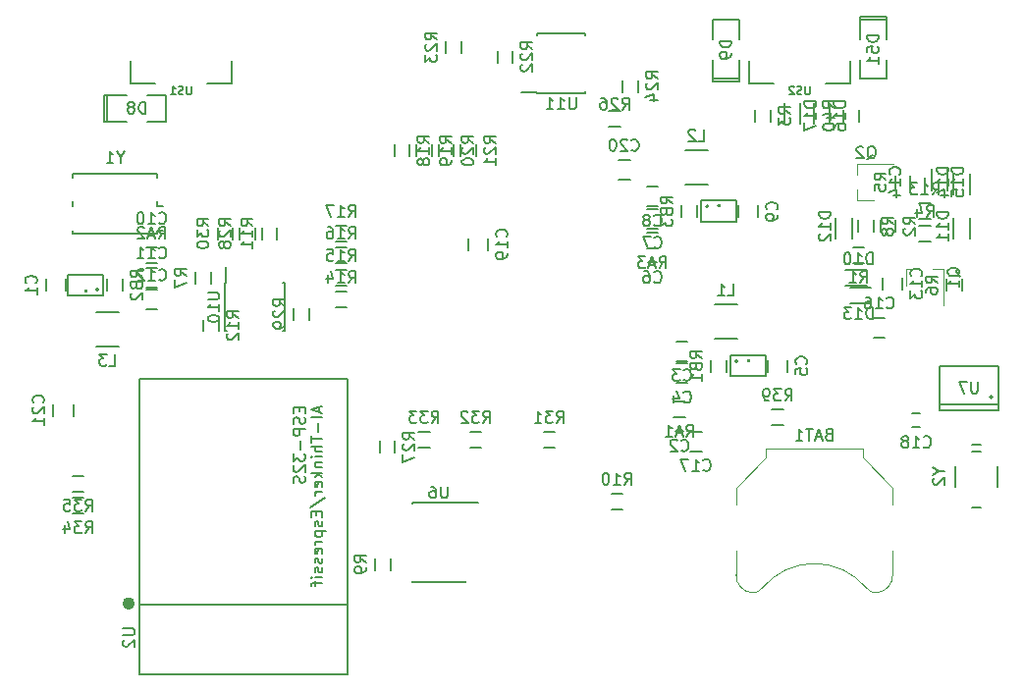
<source format=gbo>
G04 #@! TF.FileFunction,Legend,Bot*
%FSLAX46Y46*%
G04 Gerber Fmt 4.6, Leading zero omitted, Abs format (unit mm)*
G04 Created by KiCad (PCBNEW 4.0.5+dfsg1-4) date Tue May 23 22:35:55 2017*
%MOMM*%
%LPD*%
G01*
G04 APERTURE LIST*
%ADD10C,0.100000*%
%ADD11C,0.120000*%
%ADD12C,0.150000*%
%ADD13C,0.500000*%
%ADD14C,0.037500*%
G04 APERTURE END LIST*
D10*
D11*
X161075385Y-111454160D02*
G75*
G03X161990000Y-111070000I124615J984160D01*
G01*
X171904615Y-111454160D02*
G75*
G02X170990000Y-111070000I-124615J984160D01*
G01*
X161999339Y-111058671D02*
G75*
G02X170990000Y-111070000I4490661J-3711329D01*
G01*
X159740000Y-109920000D02*
G75*
G03X161190000Y-111470000I1500000J-50000D01*
G01*
X173240000Y-109920000D02*
G75*
G02X171790000Y-111470000I-1500000J-50000D01*
G01*
X159740000Y-107870000D02*
X159740000Y-109970000D01*
X173240000Y-107870000D02*
X173240000Y-109970000D01*
X173240000Y-103870000D02*
X173240000Y-102420000D01*
X173240000Y-102420000D02*
X170640000Y-99820000D01*
X170640000Y-99820000D02*
X170640000Y-99020000D01*
X170640000Y-99020000D02*
X162340000Y-99020000D01*
X162340000Y-99020000D02*
X162340000Y-99820000D01*
X162340000Y-99820000D02*
X159740000Y-102420000D01*
X159740000Y-102420000D02*
X159740000Y-103870000D01*
D12*
X170427000Y-62055000D02*
X170427000Y-61801000D01*
X170427000Y-61801000D02*
X172713000Y-61801000D01*
X172713000Y-61801000D02*
X172713000Y-62055000D01*
X170427000Y-62055000D02*
X172713000Y-62055000D01*
X172713000Y-62055000D02*
X172713000Y-63706000D01*
X170427000Y-65484000D02*
X170427000Y-67135000D01*
X170427000Y-67135000D02*
X172713000Y-67135000D01*
X172713000Y-67135000D02*
X172713000Y-65484000D01*
X170427000Y-63706000D02*
X170427000Y-62055000D01*
X157870000Y-89565000D02*
X159870000Y-89565000D01*
X159870000Y-86615000D02*
X157870000Y-86615000D01*
X159886803Y-91500000D02*
G75*
G03X159886803Y-91500000I-111803J0D01*
G01*
X159275000Y-92800000D02*
X162275000Y-92800000D01*
X162275000Y-92800000D02*
X162275000Y-91000000D01*
X162275000Y-91000000D02*
X159275000Y-91000000D01*
X159275000Y-91000000D02*
X159275000Y-92800000D01*
X155330000Y-76230000D02*
X157330000Y-76230000D01*
X157330000Y-73280000D02*
X155330000Y-73280000D01*
X157346803Y-78135000D02*
G75*
G03X157346803Y-78135000I-111803J0D01*
G01*
X156735000Y-79435000D02*
X159735000Y-79435000D01*
X159735000Y-79435000D02*
X159735000Y-77635000D01*
X159735000Y-77635000D02*
X156735000Y-77635000D01*
X156735000Y-77635000D02*
X156735000Y-79435000D01*
X106530000Y-87250000D02*
X104530000Y-87250000D01*
X104530000Y-90200000D02*
X106530000Y-90200000D01*
X104736803Y-85315000D02*
G75*
G03X104736803Y-85315000I-111803J0D01*
G01*
X105125000Y-84015000D02*
X102125000Y-84015000D01*
X102125000Y-84015000D02*
X102125000Y-85815000D01*
X102125000Y-85815000D02*
X105125000Y-85815000D01*
X105125000Y-85815000D02*
X105125000Y-84015000D01*
X100235000Y-85415000D02*
X100235000Y-84415000D01*
X101935000Y-84415000D02*
X101935000Y-85415000D01*
X155560000Y-91480000D02*
X154560000Y-91480000D01*
X154560000Y-89780000D02*
X155560000Y-89780000D01*
X155560000Y-93385000D02*
X154560000Y-93385000D01*
X154560000Y-91685000D02*
X155560000Y-91685000D01*
X164165000Y-91400000D02*
X164165000Y-92400000D01*
X162465000Y-92400000D02*
X162465000Y-91400000D01*
X153020000Y-80050000D02*
X152020000Y-80050000D01*
X152020000Y-78350000D02*
X153020000Y-78350000D01*
X153020000Y-78145000D02*
X152020000Y-78145000D01*
X152020000Y-76445000D02*
X153020000Y-76445000D01*
X161625000Y-78065000D02*
X161625000Y-79065000D01*
X159925000Y-79065000D02*
X159925000Y-78065000D01*
X108840000Y-83430000D02*
X109840000Y-83430000D01*
X109840000Y-85130000D02*
X108840000Y-85130000D01*
X108840000Y-85335000D02*
X109840000Y-85335000D01*
X109840000Y-87035000D02*
X108840000Y-87035000D01*
X105530000Y-70818000D02*
X105276000Y-70818000D01*
X105276000Y-70818000D02*
X105276000Y-68532000D01*
X105276000Y-68532000D02*
X105530000Y-68532000D01*
X105530000Y-70818000D02*
X105530000Y-68532000D01*
X105530000Y-68532000D02*
X107181000Y-68532000D01*
X108959000Y-70818000D02*
X110610000Y-70818000D01*
X110610000Y-70818000D02*
X110610000Y-68532000D01*
X110610000Y-68532000D02*
X108959000Y-68532000D01*
X107181000Y-70818000D02*
X105530000Y-70818000D01*
X160013000Y-67135000D02*
X160013000Y-67389000D01*
X160013000Y-67389000D02*
X157727000Y-67389000D01*
X157727000Y-67389000D02*
X157727000Y-67135000D01*
X160013000Y-67135000D02*
X157727000Y-67135000D01*
X157727000Y-67135000D02*
X157727000Y-65484000D01*
X160013000Y-63706000D02*
X160013000Y-62055000D01*
X160013000Y-62055000D02*
X157727000Y-62055000D01*
X157727000Y-62055000D02*
X157727000Y-63706000D01*
X160013000Y-65484000D02*
X160013000Y-67135000D01*
X181857000Y-94567000D02*
G75*
G03X181857000Y-94567000I-127000J0D01*
G01*
X182365000Y-95202000D02*
X177285000Y-95202000D01*
X182365000Y-91900000D02*
X177285000Y-91900000D01*
X182365000Y-95710000D02*
X177285000Y-95710000D01*
X182365000Y-95710000D02*
X182365000Y-91900000D01*
X177285000Y-95710000D02*
X177285000Y-91900000D01*
X174071000Y-84288000D02*
X174071000Y-85288000D01*
X172371000Y-85288000D02*
X172371000Y-84288000D01*
X169200000Y-83580000D02*
X171000000Y-83580000D01*
X169200000Y-84980000D02*
X171000000Y-84980000D01*
X178490000Y-80935000D02*
X178490000Y-79135000D01*
X179890000Y-80935000D02*
X179890000Y-79135000D01*
X177985000Y-74925000D02*
X177985000Y-76725000D01*
X176585000Y-74925000D02*
X176585000Y-76725000D01*
X168330000Y-80935000D02*
X168330000Y-79135000D01*
X169730000Y-80935000D02*
X169730000Y-79135000D01*
D11*
X174435000Y-83520000D02*
X175365000Y-83520000D01*
X177595000Y-83520000D02*
X176665000Y-83520000D01*
X177595000Y-83520000D02*
X177595000Y-86680000D01*
X174435000Y-83520000D02*
X174435000Y-84980000D01*
X170175000Y-77605000D02*
X170175000Y-76675000D01*
X170175000Y-74445000D02*
X170175000Y-75375000D01*
X170175000Y-74445000D02*
X173335000Y-74445000D01*
X170175000Y-77605000D02*
X171635000Y-77605000D01*
D12*
X154510000Y-97510000D02*
X155210000Y-97510000D01*
X155210000Y-96310000D02*
X154510000Y-96310000D01*
X152170000Y-82975000D02*
X152870000Y-82975000D01*
X152870000Y-81775000D02*
X152170000Y-81775000D01*
X109690000Y-80505000D02*
X108990000Y-80505000D01*
X108990000Y-81705000D02*
X109690000Y-81705000D01*
X174780000Y-75675000D02*
X174780000Y-76375000D01*
X175980000Y-76375000D02*
X175980000Y-75675000D01*
X170800000Y-81700000D02*
X169800000Y-81700000D01*
X169800000Y-83050000D02*
X170800000Y-83050000D01*
X172165000Y-79335000D02*
X172165000Y-80335000D01*
X173515000Y-80335000D02*
X173515000Y-79335000D01*
X175515000Y-81145000D02*
X176515000Y-81145000D01*
X176515000Y-79795000D02*
X175515000Y-79795000D01*
X174785000Y-76525000D02*
X174785000Y-75525000D01*
X173435000Y-75525000D02*
X173435000Y-76525000D01*
X179230000Y-85415000D02*
X179230000Y-84415000D01*
X177880000Y-84415000D02*
X177880000Y-85415000D01*
X114460000Y-84780000D02*
X114460000Y-83780000D01*
X113110000Y-83780000D02*
X113110000Y-84780000D01*
X170260000Y-79335000D02*
X170260000Y-80335000D01*
X171610000Y-80335000D02*
X171610000Y-79335000D01*
X129955000Y-109500000D02*
X129955000Y-108500000D01*
X128605000Y-108500000D02*
X128605000Y-109500000D01*
X148972000Y-104259000D02*
X149972000Y-104259000D01*
X149972000Y-102909000D02*
X148972000Y-102909000D01*
X175515000Y-79240000D02*
X176515000Y-79240000D01*
X176515000Y-77890000D02*
X175515000Y-77890000D01*
X155360000Y-94965000D02*
X154360000Y-94965000D01*
X154360000Y-96315000D02*
X155360000Y-96315000D01*
X108840000Y-83050000D02*
X109840000Y-83050000D01*
X109840000Y-81700000D02*
X108840000Y-81700000D01*
X153020000Y-80430000D02*
X152020000Y-80430000D01*
X152020000Y-81780000D02*
X153020000Y-81780000D01*
X158910000Y-92400000D02*
X158910000Y-91400000D01*
X157560000Y-91400000D02*
X157560000Y-92400000D01*
X105490000Y-84415000D02*
X105490000Y-85415000D01*
X106840000Y-85415000D02*
X106840000Y-84415000D01*
X156370000Y-79065000D02*
X156370000Y-78065000D01*
X155020000Y-78065000D02*
X155020000Y-79065000D01*
X125182000Y-86860000D02*
X126182000Y-86860000D01*
X126182000Y-85510000D02*
X125182000Y-85510000D01*
X125182000Y-84954000D02*
X126182000Y-84954000D01*
X126182000Y-83604000D02*
X125182000Y-83604000D01*
X125182000Y-83050000D02*
X126182000Y-83050000D01*
X126182000Y-81700000D02*
X125182000Y-81700000D01*
X125182000Y-81145000D02*
X126182000Y-81145000D01*
X126182000Y-79795000D02*
X125182000Y-79795000D01*
X130255000Y-72817000D02*
X130255000Y-73817000D01*
X131605000Y-73817000D02*
X131605000Y-72817000D01*
X132160000Y-72817000D02*
X132160000Y-73817000D01*
X133510000Y-73817000D02*
X133510000Y-72817000D01*
X134065000Y-72817000D02*
X134065000Y-73817000D01*
X135415000Y-73817000D02*
X135415000Y-72817000D01*
X135970000Y-72817000D02*
X135970000Y-73817000D01*
X137320000Y-73817000D02*
X137320000Y-72817000D01*
X115655000Y-84745000D02*
X115705000Y-84745000D01*
X115655000Y-88895000D02*
X115800000Y-88895000D01*
X120805000Y-88895000D02*
X120660000Y-88895000D01*
X120805000Y-84745000D02*
X120660000Y-84745000D01*
X115655000Y-84745000D02*
X115655000Y-88895000D01*
X120805000Y-84745000D02*
X120805000Y-88895000D01*
X115705000Y-84745000D02*
X115705000Y-83345000D01*
X174930000Y-97200000D02*
X175630000Y-97200000D01*
X175630000Y-96000000D02*
X174930000Y-96000000D01*
X142605000Y-68375000D02*
X142605000Y-68325000D01*
X146755000Y-68375000D02*
X146755000Y-68230000D01*
X146755000Y-63225000D02*
X146755000Y-63370000D01*
X142605000Y-63225000D02*
X142605000Y-63370000D01*
X142605000Y-68375000D02*
X146755000Y-68375000D01*
X142605000Y-63225000D02*
X146755000Y-63225000D01*
X142605000Y-68325000D02*
X141205000Y-68325000D01*
X171400000Y-86504000D02*
X169600000Y-86504000D01*
X171400000Y-85104000D02*
X169600000Y-85104000D01*
X178490000Y-77125000D02*
X178490000Y-75325000D01*
X179890000Y-77125000D02*
X179890000Y-75325000D01*
D13*
X107638415Y-112384338D02*
G75*
G03X107638415Y-112384338I-283981J0D01*
G01*
D12*
X126260434Y-112530338D02*
X108260434Y-112530338D01*
X108260434Y-118530338D02*
X108260434Y-93030338D01*
X126260434Y-118530338D02*
X126260434Y-93030338D01*
X126260434Y-93030338D02*
X108260434Y-93030338D01*
X126260434Y-118530338D02*
X108260434Y-118530338D01*
X167825000Y-69210000D02*
X167825000Y-71010000D01*
X166425000Y-69210000D02*
X166425000Y-71010000D01*
X165285000Y-69210000D02*
X165285000Y-71010000D01*
X163885000Y-69210000D02*
X163885000Y-71010000D01*
X161370000Y-69810000D02*
X161370000Y-70810000D01*
X162720000Y-70810000D02*
X162720000Y-69810000D01*
X139145000Y-64730000D02*
X139145000Y-65730000D01*
X140495000Y-65730000D02*
X140495000Y-64730000D01*
X136050000Y-64900000D02*
X136050000Y-63900000D01*
X134700000Y-63900000D02*
X134700000Y-64900000D01*
X149940000Y-67270000D02*
X149940000Y-68270000D01*
X151290000Y-68270000D02*
X151290000Y-67270000D01*
X148780000Y-71275000D02*
X149780000Y-71275000D01*
X149780000Y-69925000D02*
X148780000Y-69925000D01*
X131780000Y-103690000D02*
X131780000Y-103790000D01*
X131780000Y-110515000D02*
X131780000Y-110490000D01*
X136430000Y-110515000D02*
X136430000Y-110490000D01*
X137505000Y-103690000D02*
X131780000Y-103690000D01*
X136430000Y-110515000D02*
X131780000Y-110515000D01*
X120175000Y-80970000D02*
X120175000Y-79970000D01*
X118825000Y-79970000D02*
X118825000Y-80970000D01*
X113805000Y-87900000D02*
X113805000Y-88900000D01*
X115155000Y-88900000D02*
X115155000Y-87900000D01*
X128985000Y-98385000D02*
X128985000Y-99385000D01*
X130335000Y-99385000D02*
X130335000Y-98385000D01*
X118270000Y-80970000D02*
X118270000Y-79970000D01*
X116920000Y-79970000D02*
X116920000Y-80970000D01*
X122955000Y-87900000D02*
X122955000Y-86900000D01*
X121605000Y-86900000D02*
X121605000Y-87900000D01*
X116365000Y-80970000D02*
X116365000Y-79970000D01*
X115015000Y-79970000D02*
X115015000Y-80970000D01*
X143130000Y-98925000D02*
X144130000Y-98925000D01*
X144130000Y-97575000D02*
X143130000Y-97575000D01*
X136780000Y-98925000D02*
X137780000Y-98925000D01*
X137780000Y-97575000D02*
X136780000Y-97575000D01*
X132335000Y-98925000D02*
X133335000Y-98925000D01*
X133335000Y-97575000D02*
X132335000Y-97575000D01*
X103490000Y-103290000D02*
X102490000Y-103290000D01*
X102490000Y-104640000D02*
X103490000Y-104640000D01*
X180079000Y-99266000D02*
X180841000Y-99266000D01*
X182260000Y-100525000D02*
X182260000Y-102325000D01*
X180860000Y-104125000D02*
X180060000Y-104125000D01*
X178660000Y-102325000D02*
X178660000Y-100525000D01*
X180060000Y-98725000D02*
X180860000Y-98725000D01*
X109765000Y-80230000D02*
X110315000Y-80230000D01*
X102565000Y-80530000D02*
X102565000Y-80230000D01*
X102565000Y-75330000D02*
X102565000Y-75630000D01*
X109765000Y-75330000D02*
X109765000Y-75630000D01*
X109765000Y-80530000D02*
X109765000Y-80230000D01*
X109765000Y-80530000D02*
X102565000Y-80530000D01*
X109765000Y-78130000D02*
X110315000Y-78130000D01*
X109765000Y-75330000D02*
X102565000Y-75330000D01*
X102565000Y-78130000D02*
X102565000Y-77730000D01*
X109765000Y-78130000D02*
X109765000Y-77730000D01*
X103490000Y-101385000D02*
X102490000Y-101385000D01*
X102490000Y-102735000D02*
X103490000Y-102735000D01*
X107480000Y-65560000D02*
X107480000Y-67560000D01*
X107480000Y-67560000D02*
X109630000Y-67560000D01*
X114130000Y-67560000D02*
X116280000Y-67560000D01*
X116280000Y-67560000D02*
X116280000Y-65610000D01*
X160820000Y-65560000D02*
X160820000Y-67560000D01*
X160820000Y-67560000D02*
X162970000Y-67560000D01*
X167470000Y-67560000D02*
X169620000Y-67560000D01*
X169620000Y-67560000D02*
X169620000Y-65610000D01*
X171580000Y-87750000D02*
X172580000Y-87750000D01*
X172580000Y-89450000D02*
X171580000Y-89450000D01*
X162815000Y-97020000D02*
X163815000Y-97020000D01*
X163815000Y-95670000D02*
X162815000Y-95670000D01*
X170340000Y-70810000D02*
X170340000Y-69810000D01*
X168990000Y-69810000D02*
X168990000Y-70810000D01*
X156780000Y-99250000D02*
X155780000Y-99250000D01*
X155780000Y-97550000D02*
X156780000Y-97550000D01*
X138330000Y-80900000D02*
X138330000Y-81900000D01*
X136630000Y-81900000D02*
X136630000Y-80900000D01*
X149580000Y-74150000D02*
X150580000Y-74150000D01*
X150580000Y-75850000D02*
X149580000Y-75850000D01*
X100870000Y-96210000D02*
X100870000Y-95210000D01*
X102570000Y-95210000D02*
X102570000Y-96210000D01*
X167704285Y-97798571D02*
X167561428Y-97846190D01*
X167513809Y-97893810D01*
X167466190Y-97989048D01*
X167466190Y-98131905D01*
X167513809Y-98227143D01*
X167561428Y-98274762D01*
X167656666Y-98322381D01*
X168037619Y-98322381D01*
X168037619Y-97322381D01*
X167704285Y-97322381D01*
X167609047Y-97370000D01*
X167561428Y-97417619D01*
X167513809Y-97512857D01*
X167513809Y-97608095D01*
X167561428Y-97703333D01*
X167609047Y-97750952D01*
X167704285Y-97798571D01*
X168037619Y-97798571D01*
X167085238Y-98036667D02*
X166609047Y-98036667D01*
X167180476Y-98322381D02*
X166847143Y-97322381D01*
X166513809Y-98322381D01*
X166323333Y-97322381D02*
X165751904Y-97322381D01*
X166037619Y-98322381D02*
X166037619Y-97322381D01*
X164894761Y-98322381D02*
X165466190Y-98322381D01*
X165180476Y-98322381D02*
X165180476Y-97322381D01*
X165275714Y-97465238D01*
X165370952Y-97560476D01*
X165466190Y-97608095D01*
X172022381Y-63380714D02*
X171022381Y-63380714D01*
X171022381Y-63618809D01*
X171070000Y-63761667D01*
X171165238Y-63856905D01*
X171260476Y-63904524D01*
X171450952Y-63952143D01*
X171593810Y-63952143D01*
X171784286Y-63904524D01*
X171879524Y-63856905D01*
X171974762Y-63761667D01*
X172022381Y-63618809D01*
X172022381Y-63380714D01*
X171022381Y-64856905D02*
X171022381Y-64380714D01*
X171498571Y-64333095D01*
X171450952Y-64380714D01*
X171403333Y-64475952D01*
X171403333Y-64714048D01*
X171450952Y-64809286D01*
X171498571Y-64856905D01*
X171593810Y-64904524D01*
X171831905Y-64904524D01*
X171927143Y-64856905D01*
X171974762Y-64809286D01*
X172022381Y-64714048D01*
X172022381Y-64475952D01*
X171974762Y-64380714D01*
X171927143Y-64333095D01*
X172022381Y-65856905D02*
X172022381Y-65285476D01*
X172022381Y-65571190D02*
X171022381Y-65571190D01*
X171165238Y-65475952D01*
X171260476Y-65380714D01*
X171308095Y-65285476D01*
X159036666Y-85842381D02*
X159512857Y-85842381D01*
X159512857Y-84842381D01*
X158179523Y-85842381D02*
X158750952Y-85842381D01*
X158465238Y-85842381D02*
X158465238Y-84842381D01*
X158560476Y-84985238D01*
X158655714Y-85080476D01*
X158750952Y-85128095D01*
D14*
X160889286Y-91317857D02*
X160889286Y-91439286D01*
X160882143Y-91453571D01*
X160875000Y-91460714D01*
X160860714Y-91467857D01*
X160832143Y-91467857D01*
X160817857Y-91460714D01*
X160810714Y-91453571D01*
X160803571Y-91439286D01*
X160803571Y-91317857D01*
X160746428Y-91317857D02*
X160653571Y-91317857D01*
X160703571Y-91375000D01*
X160682143Y-91375000D01*
X160667857Y-91382143D01*
X160660714Y-91389286D01*
X160653571Y-91403571D01*
X160653571Y-91439286D01*
X160660714Y-91453571D01*
X160667857Y-91460714D01*
X160682143Y-91467857D01*
X160725000Y-91467857D01*
X160739286Y-91460714D01*
X160746428Y-91453571D01*
D12*
X156496666Y-72507381D02*
X156972857Y-72507381D01*
X156972857Y-71507381D01*
X156210952Y-71602619D02*
X156163333Y-71555000D01*
X156068095Y-71507381D01*
X155829999Y-71507381D01*
X155734761Y-71555000D01*
X155687142Y-71602619D01*
X155639523Y-71697857D01*
X155639523Y-71793095D01*
X155687142Y-71935952D01*
X156258571Y-72507381D01*
X155639523Y-72507381D01*
D14*
X158349286Y-77952857D02*
X158349286Y-78074286D01*
X158342143Y-78088571D01*
X158335000Y-78095714D01*
X158320714Y-78102857D01*
X158292143Y-78102857D01*
X158277857Y-78095714D01*
X158270714Y-78088571D01*
X158263571Y-78074286D01*
X158263571Y-77952857D01*
X158127857Y-78002857D02*
X158127857Y-78102857D01*
X158163571Y-77945714D02*
X158199286Y-78052857D01*
X158106428Y-78052857D01*
D12*
X105696666Y-91877381D02*
X106172857Y-91877381D01*
X106172857Y-90877381D01*
X105458571Y-90877381D02*
X104839523Y-90877381D01*
X105172857Y-91258333D01*
X105029999Y-91258333D01*
X104934761Y-91305952D01*
X104887142Y-91353571D01*
X104839523Y-91448810D01*
X104839523Y-91686905D01*
X104887142Y-91782143D01*
X104934761Y-91829762D01*
X105029999Y-91877381D01*
X105315714Y-91877381D01*
X105410952Y-91829762D01*
X105458571Y-91782143D01*
D14*
X103739286Y-85332857D02*
X103739286Y-85454286D01*
X103732143Y-85468571D01*
X103725000Y-85475714D01*
X103710714Y-85482857D01*
X103682143Y-85482857D01*
X103667857Y-85475714D01*
X103660714Y-85468571D01*
X103653571Y-85454286D01*
X103653571Y-85332857D01*
X103510714Y-85332857D02*
X103582143Y-85332857D01*
X103589286Y-85404286D01*
X103582143Y-85397143D01*
X103567857Y-85390000D01*
X103532143Y-85390000D01*
X103517857Y-85397143D01*
X103510714Y-85404286D01*
X103503571Y-85418571D01*
X103503571Y-85454286D01*
X103510714Y-85468571D01*
X103517857Y-85475714D01*
X103532143Y-85482857D01*
X103567857Y-85482857D01*
X103582143Y-85475714D01*
X103589286Y-85468571D01*
D12*
X99342143Y-84748334D02*
X99389762Y-84700715D01*
X99437381Y-84557858D01*
X99437381Y-84462620D01*
X99389762Y-84319762D01*
X99294524Y-84224524D01*
X99199286Y-84176905D01*
X99008810Y-84129286D01*
X98865952Y-84129286D01*
X98675476Y-84176905D01*
X98580238Y-84224524D01*
X98485000Y-84319762D01*
X98437381Y-84462620D01*
X98437381Y-84557858D01*
X98485000Y-84700715D01*
X98532619Y-84748334D01*
X99437381Y-85700715D02*
X99437381Y-85129286D01*
X99437381Y-85415000D02*
X98437381Y-85415000D01*
X98580238Y-85319762D01*
X98675476Y-85224524D01*
X98723095Y-85129286D01*
X155226666Y-93087143D02*
X155274285Y-93134762D01*
X155417142Y-93182381D01*
X155512380Y-93182381D01*
X155655238Y-93134762D01*
X155750476Y-93039524D01*
X155798095Y-92944286D01*
X155845714Y-92753810D01*
X155845714Y-92610952D01*
X155798095Y-92420476D01*
X155750476Y-92325238D01*
X155655238Y-92230000D01*
X155512380Y-92182381D01*
X155417142Y-92182381D01*
X155274285Y-92230000D01*
X155226666Y-92277619D01*
X154893333Y-92182381D02*
X154274285Y-92182381D01*
X154607619Y-92563333D01*
X154464761Y-92563333D01*
X154369523Y-92610952D01*
X154321904Y-92658571D01*
X154274285Y-92753810D01*
X154274285Y-92991905D01*
X154321904Y-93087143D01*
X154369523Y-93134762D01*
X154464761Y-93182381D01*
X154750476Y-93182381D01*
X154845714Y-93134762D01*
X154893333Y-93087143D01*
X155226666Y-94992143D02*
X155274285Y-95039762D01*
X155417142Y-95087381D01*
X155512380Y-95087381D01*
X155655238Y-95039762D01*
X155750476Y-94944524D01*
X155798095Y-94849286D01*
X155845714Y-94658810D01*
X155845714Y-94515952D01*
X155798095Y-94325476D01*
X155750476Y-94230238D01*
X155655238Y-94135000D01*
X155512380Y-94087381D01*
X155417142Y-94087381D01*
X155274285Y-94135000D01*
X155226666Y-94182619D01*
X154369523Y-94420714D02*
X154369523Y-95087381D01*
X154607619Y-94039762D02*
X154845714Y-94754048D01*
X154226666Y-94754048D01*
X165772143Y-91733334D02*
X165819762Y-91685715D01*
X165867381Y-91542858D01*
X165867381Y-91447620D01*
X165819762Y-91304762D01*
X165724524Y-91209524D01*
X165629286Y-91161905D01*
X165438810Y-91114286D01*
X165295952Y-91114286D01*
X165105476Y-91161905D01*
X165010238Y-91209524D01*
X164915000Y-91304762D01*
X164867381Y-91447620D01*
X164867381Y-91542858D01*
X164915000Y-91685715D01*
X164962619Y-91733334D01*
X164867381Y-92638096D02*
X164867381Y-92161905D01*
X165343571Y-92114286D01*
X165295952Y-92161905D01*
X165248333Y-92257143D01*
X165248333Y-92495239D01*
X165295952Y-92590477D01*
X165343571Y-92638096D01*
X165438810Y-92685715D01*
X165676905Y-92685715D01*
X165772143Y-92638096D01*
X165819762Y-92590477D01*
X165867381Y-92495239D01*
X165867381Y-92257143D01*
X165819762Y-92161905D01*
X165772143Y-92114286D01*
X152686666Y-81657143D02*
X152734285Y-81704762D01*
X152877142Y-81752381D01*
X152972380Y-81752381D01*
X153115238Y-81704762D01*
X153210476Y-81609524D01*
X153258095Y-81514286D01*
X153305714Y-81323810D01*
X153305714Y-81180952D01*
X153258095Y-80990476D01*
X153210476Y-80895238D01*
X153115238Y-80800000D01*
X152972380Y-80752381D01*
X152877142Y-80752381D01*
X152734285Y-80800000D01*
X152686666Y-80847619D01*
X152353333Y-80752381D02*
X151686666Y-80752381D01*
X152115238Y-81752381D01*
X152686666Y-79752143D02*
X152734285Y-79799762D01*
X152877142Y-79847381D01*
X152972380Y-79847381D01*
X153115238Y-79799762D01*
X153210476Y-79704524D01*
X153258095Y-79609286D01*
X153305714Y-79418810D01*
X153305714Y-79275952D01*
X153258095Y-79085476D01*
X153210476Y-78990238D01*
X153115238Y-78895000D01*
X152972380Y-78847381D01*
X152877142Y-78847381D01*
X152734285Y-78895000D01*
X152686666Y-78942619D01*
X152115238Y-79275952D02*
X152210476Y-79228333D01*
X152258095Y-79180714D01*
X152305714Y-79085476D01*
X152305714Y-79037857D01*
X152258095Y-78942619D01*
X152210476Y-78895000D01*
X152115238Y-78847381D01*
X151924761Y-78847381D01*
X151829523Y-78895000D01*
X151781904Y-78942619D01*
X151734285Y-79037857D01*
X151734285Y-79085476D01*
X151781904Y-79180714D01*
X151829523Y-79228333D01*
X151924761Y-79275952D01*
X152115238Y-79275952D01*
X152210476Y-79323571D01*
X152258095Y-79371190D01*
X152305714Y-79466429D01*
X152305714Y-79656905D01*
X152258095Y-79752143D01*
X152210476Y-79799762D01*
X152115238Y-79847381D01*
X151924761Y-79847381D01*
X151829523Y-79799762D01*
X151781904Y-79752143D01*
X151734285Y-79656905D01*
X151734285Y-79466429D01*
X151781904Y-79371190D01*
X151829523Y-79323571D01*
X151924761Y-79275952D01*
X163232143Y-78398334D02*
X163279762Y-78350715D01*
X163327381Y-78207858D01*
X163327381Y-78112620D01*
X163279762Y-77969762D01*
X163184524Y-77874524D01*
X163089286Y-77826905D01*
X162898810Y-77779286D01*
X162755952Y-77779286D01*
X162565476Y-77826905D01*
X162470238Y-77874524D01*
X162375000Y-77969762D01*
X162327381Y-78112620D01*
X162327381Y-78207858D01*
X162375000Y-78350715D01*
X162422619Y-78398334D01*
X163327381Y-78874524D02*
X163327381Y-79065000D01*
X163279762Y-79160239D01*
X163232143Y-79207858D01*
X163089286Y-79303096D01*
X162898810Y-79350715D01*
X162517857Y-79350715D01*
X162422619Y-79303096D01*
X162375000Y-79255477D01*
X162327381Y-79160239D01*
X162327381Y-78969762D01*
X162375000Y-78874524D01*
X162422619Y-78826905D01*
X162517857Y-78779286D01*
X162755952Y-78779286D01*
X162851190Y-78826905D01*
X162898810Y-78874524D01*
X162946429Y-78969762D01*
X162946429Y-79160239D01*
X162898810Y-79255477D01*
X162851190Y-79303096D01*
X162755952Y-79350715D01*
X109982857Y-82537143D02*
X110030476Y-82584762D01*
X110173333Y-82632381D01*
X110268571Y-82632381D01*
X110411429Y-82584762D01*
X110506667Y-82489524D01*
X110554286Y-82394286D01*
X110601905Y-82203810D01*
X110601905Y-82060952D01*
X110554286Y-81870476D01*
X110506667Y-81775238D01*
X110411429Y-81680000D01*
X110268571Y-81632381D01*
X110173333Y-81632381D01*
X110030476Y-81680000D01*
X109982857Y-81727619D01*
X109030476Y-82632381D02*
X109601905Y-82632381D01*
X109316191Y-82632381D02*
X109316191Y-81632381D01*
X109411429Y-81775238D01*
X109506667Y-81870476D01*
X109601905Y-81918095D01*
X108078095Y-82632381D02*
X108649524Y-82632381D01*
X108363810Y-82632381D02*
X108363810Y-81632381D01*
X108459048Y-81775238D01*
X108554286Y-81870476D01*
X108649524Y-81918095D01*
X109982857Y-84442143D02*
X110030476Y-84489762D01*
X110173333Y-84537381D01*
X110268571Y-84537381D01*
X110411429Y-84489762D01*
X110506667Y-84394524D01*
X110554286Y-84299286D01*
X110601905Y-84108810D01*
X110601905Y-83965952D01*
X110554286Y-83775476D01*
X110506667Y-83680238D01*
X110411429Y-83585000D01*
X110268571Y-83537381D01*
X110173333Y-83537381D01*
X110030476Y-83585000D01*
X109982857Y-83632619D01*
X109030476Y-84537381D02*
X109601905Y-84537381D01*
X109316191Y-84537381D02*
X109316191Y-83537381D01*
X109411429Y-83680238D01*
X109506667Y-83775476D01*
X109601905Y-83823095D01*
X108649524Y-83632619D02*
X108601905Y-83585000D01*
X108506667Y-83537381D01*
X108268571Y-83537381D01*
X108173333Y-83585000D01*
X108125714Y-83632619D01*
X108078095Y-83727857D01*
X108078095Y-83823095D01*
X108125714Y-83965952D01*
X108697143Y-84537381D01*
X108078095Y-84537381D01*
X108808095Y-70127381D02*
X108808095Y-69127381D01*
X108570000Y-69127381D01*
X108427142Y-69175000D01*
X108331904Y-69270238D01*
X108284285Y-69365476D01*
X108236666Y-69555952D01*
X108236666Y-69698810D01*
X108284285Y-69889286D01*
X108331904Y-69984524D01*
X108427142Y-70079762D01*
X108570000Y-70127381D01*
X108808095Y-70127381D01*
X107665238Y-69555952D02*
X107760476Y-69508333D01*
X107808095Y-69460714D01*
X107855714Y-69365476D01*
X107855714Y-69317857D01*
X107808095Y-69222619D01*
X107760476Y-69175000D01*
X107665238Y-69127381D01*
X107474761Y-69127381D01*
X107379523Y-69175000D01*
X107331904Y-69222619D01*
X107284285Y-69317857D01*
X107284285Y-69365476D01*
X107331904Y-69460714D01*
X107379523Y-69508333D01*
X107474761Y-69555952D01*
X107665238Y-69555952D01*
X107760476Y-69603571D01*
X107808095Y-69651190D01*
X107855714Y-69746429D01*
X107855714Y-69936905D01*
X107808095Y-70032143D01*
X107760476Y-70079762D01*
X107665238Y-70127381D01*
X107474761Y-70127381D01*
X107379523Y-70079762D01*
X107331904Y-70032143D01*
X107284285Y-69936905D01*
X107284285Y-69746429D01*
X107331904Y-69651190D01*
X107379523Y-69603571D01*
X107474761Y-69555952D01*
X159322381Y-63856905D02*
X158322381Y-63856905D01*
X158322381Y-64095000D01*
X158370000Y-64237858D01*
X158465238Y-64333096D01*
X158560476Y-64380715D01*
X158750952Y-64428334D01*
X158893810Y-64428334D01*
X159084286Y-64380715D01*
X159179524Y-64333096D01*
X159274762Y-64237858D01*
X159322381Y-64095000D01*
X159322381Y-63856905D01*
X159322381Y-64904524D02*
X159322381Y-65095000D01*
X159274762Y-65190239D01*
X159227143Y-65237858D01*
X159084286Y-65333096D01*
X158893810Y-65380715D01*
X158512857Y-65380715D01*
X158417619Y-65333096D01*
X158370000Y-65285477D01*
X158322381Y-65190239D01*
X158322381Y-64999762D01*
X158370000Y-64904524D01*
X158417619Y-64856905D01*
X158512857Y-64809286D01*
X158750952Y-64809286D01*
X158846190Y-64856905D01*
X158893810Y-64904524D01*
X158941429Y-64999762D01*
X158941429Y-65190239D01*
X158893810Y-65285477D01*
X158846190Y-65333096D01*
X158750952Y-65380715D01*
X180586905Y-93257381D02*
X180586905Y-94066905D01*
X180539286Y-94162143D01*
X180491667Y-94209762D01*
X180396429Y-94257381D01*
X180205952Y-94257381D01*
X180110714Y-94209762D01*
X180063095Y-94162143D01*
X180015476Y-94066905D01*
X180015476Y-93257381D01*
X179634524Y-93257381D02*
X178967857Y-93257381D01*
X179396429Y-94257381D01*
X175678143Y-84145143D02*
X175725762Y-84097524D01*
X175773381Y-83954667D01*
X175773381Y-83859429D01*
X175725762Y-83716571D01*
X175630524Y-83621333D01*
X175535286Y-83573714D01*
X175344810Y-83526095D01*
X175201952Y-83526095D01*
X175011476Y-83573714D01*
X174916238Y-83621333D01*
X174821000Y-83716571D01*
X174773381Y-83859429D01*
X174773381Y-83954667D01*
X174821000Y-84097524D01*
X174868619Y-84145143D01*
X175773381Y-85097524D02*
X175773381Y-84526095D01*
X175773381Y-84811809D02*
X174773381Y-84811809D01*
X174916238Y-84716571D01*
X175011476Y-84621333D01*
X175059095Y-84526095D01*
X174773381Y-85430857D02*
X174773381Y-86049905D01*
X175154333Y-85716571D01*
X175154333Y-85859429D01*
X175201952Y-85954667D01*
X175249571Y-86002286D01*
X175344810Y-86049905D01*
X175582905Y-86049905D01*
X175678143Y-86002286D01*
X175725762Y-85954667D01*
X175773381Y-85859429D01*
X175773381Y-85573714D01*
X175725762Y-85478476D01*
X175678143Y-85430857D01*
X171514286Y-83132381D02*
X171514286Y-82132381D01*
X171276191Y-82132381D01*
X171133333Y-82180000D01*
X171038095Y-82275238D01*
X170990476Y-82370476D01*
X170942857Y-82560952D01*
X170942857Y-82703810D01*
X170990476Y-82894286D01*
X171038095Y-82989524D01*
X171133333Y-83084762D01*
X171276191Y-83132381D01*
X171514286Y-83132381D01*
X169990476Y-83132381D02*
X170561905Y-83132381D01*
X170276191Y-83132381D02*
X170276191Y-82132381D01*
X170371429Y-82275238D01*
X170466667Y-82370476D01*
X170561905Y-82418095D01*
X169371429Y-82132381D02*
X169276190Y-82132381D01*
X169180952Y-82180000D01*
X169133333Y-82227619D01*
X169085714Y-82322857D01*
X169038095Y-82513333D01*
X169038095Y-82751429D01*
X169085714Y-82941905D01*
X169133333Y-83037143D01*
X169180952Y-83084762D01*
X169276190Y-83132381D01*
X169371429Y-83132381D01*
X169466667Y-83084762D01*
X169514286Y-83037143D01*
X169561905Y-82941905D01*
X169609524Y-82751429D01*
X169609524Y-82513333D01*
X169561905Y-82322857D01*
X169514286Y-82227619D01*
X169466667Y-82180000D01*
X169371429Y-82132381D01*
X178042381Y-78620714D02*
X177042381Y-78620714D01*
X177042381Y-78858809D01*
X177090000Y-79001667D01*
X177185238Y-79096905D01*
X177280476Y-79144524D01*
X177470952Y-79192143D01*
X177613810Y-79192143D01*
X177804286Y-79144524D01*
X177899524Y-79096905D01*
X177994762Y-79001667D01*
X178042381Y-78858809D01*
X178042381Y-78620714D01*
X178042381Y-80144524D02*
X178042381Y-79573095D01*
X178042381Y-79858809D02*
X177042381Y-79858809D01*
X177185238Y-79763571D01*
X177280476Y-79668333D01*
X177328095Y-79573095D01*
X178042381Y-81096905D02*
X178042381Y-80525476D01*
X178042381Y-80811190D02*
X177042381Y-80811190D01*
X177185238Y-80715952D01*
X177280476Y-80620714D01*
X177328095Y-80525476D01*
X179337381Y-74810714D02*
X178337381Y-74810714D01*
X178337381Y-75048809D01*
X178385000Y-75191667D01*
X178480238Y-75286905D01*
X178575476Y-75334524D01*
X178765952Y-75382143D01*
X178908810Y-75382143D01*
X179099286Y-75334524D01*
X179194524Y-75286905D01*
X179289762Y-75191667D01*
X179337381Y-75048809D01*
X179337381Y-74810714D01*
X179337381Y-76334524D02*
X179337381Y-75763095D01*
X179337381Y-76048809D02*
X178337381Y-76048809D01*
X178480238Y-75953571D01*
X178575476Y-75858333D01*
X178623095Y-75763095D01*
X178337381Y-77239286D02*
X178337381Y-76763095D01*
X178813571Y-76715476D01*
X178765952Y-76763095D01*
X178718333Y-76858333D01*
X178718333Y-77096429D01*
X178765952Y-77191667D01*
X178813571Y-77239286D01*
X178908810Y-77286905D01*
X179146905Y-77286905D01*
X179242143Y-77239286D01*
X179289762Y-77191667D01*
X179337381Y-77096429D01*
X179337381Y-76858333D01*
X179289762Y-76763095D01*
X179242143Y-76715476D01*
X167882381Y-78620714D02*
X166882381Y-78620714D01*
X166882381Y-78858809D01*
X166930000Y-79001667D01*
X167025238Y-79096905D01*
X167120476Y-79144524D01*
X167310952Y-79192143D01*
X167453810Y-79192143D01*
X167644286Y-79144524D01*
X167739524Y-79096905D01*
X167834762Y-79001667D01*
X167882381Y-78858809D01*
X167882381Y-78620714D01*
X167882381Y-80144524D02*
X167882381Y-79573095D01*
X167882381Y-79858809D02*
X166882381Y-79858809D01*
X167025238Y-79763571D01*
X167120476Y-79668333D01*
X167168095Y-79573095D01*
X166977619Y-80525476D02*
X166930000Y-80573095D01*
X166882381Y-80668333D01*
X166882381Y-80906429D01*
X166930000Y-81001667D01*
X166977619Y-81049286D01*
X167072857Y-81096905D01*
X167168095Y-81096905D01*
X167310952Y-81049286D01*
X167882381Y-80477857D01*
X167882381Y-81096905D01*
X179062619Y-84184762D02*
X179015000Y-84089524D01*
X178919762Y-83994286D01*
X178776905Y-83851429D01*
X178729286Y-83756190D01*
X178729286Y-83660952D01*
X178967381Y-83708571D02*
X178919762Y-83613333D01*
X178824524Y-83518095D01*
X178634048Y-83470476D01*
X178300714Y-83470476D01*
X178110238Y-83518095D01*
X178015000Y-83613333D01*
X177967381Y-83708571D01*
X177967381Y-83899048D01*
X178015000Y-83994286D01*
X178110238Y-84089524D01*
X178300714Y-84137143D01*
X178634048Y-84137143D01*
X178824524Y-84089524D01*
X178919762Y-83994286D01*
X178967381Y-83899048D01*
X178967381Y-83708571D01*
X178967381Y-85089524D02*
X178967381Y-84518095D01*
X178967381Y-84803809D02*
X177967381Y-84803809D01*
X178110238Y-84708571D01*
X178205476Y-84613333D01*
X178253095Y-84518095D01*
X171030238Y-74072619D02*
X171125476Y-74025000D01*
X171220714Y-73929762D01*
X171363571Y-73786905D01*
X171458810Y-73739286D01*
X171554048Y-73739286D01*
X171506429Y-73977381D02*
X171601667Y-73929762D01*
X171696905Y-73834524D01*
X171744524Y-73644048D01*
X171744524Y-73310714D01*
X171696905Y-73120238D01*
X171601667Y-73025000D01*
X171506429Y-72977381D01*
X171315952Y-72977381D01*
X171220714Y-73025000D01*
X171125476Y-73120238D01*
X171077857Y-73310714D01*
X171077857Y-73644048D01*
X171125476Y-73834524D01*
X171220714Y-73929762D01*
X171315952Y-73977381D01*
X171506429Y-73977381D01*
X170696905Y-73072619D02*
X170649286Y-73025000D01*
X170554048Y-72977381D01*
X170315952Y-72977381D01*
X170220714Y-73025000D01*
X170173095Y-73072619D01*
X170125476Y-73167857D01*
X170125476Y-73263095D01*
X170173095Y-73405952D01*
X170744524Y-73977381D01*
X170125476Y-73977381D01*
X155026666Y-99167143D02*
X155074285Y-99214762D01*
X155217142Y-99262381D01*
X155312380Y-99262381D01*
X155455238Y-99214762D01*
X155550476Y-99119524D01*
X155598095Y-99024286D01*
X155645714Y-98833810D01*
X155645714Y-98690952D01*
X155598095Y-98500476D01*
X155550476Y-98405238D01*
X155455238Y-98310000D01*
X155312380Y-98262381D01*
X155217142Y-98262381D01*
X155074285Y-98310000D01*
X155026666Y-98357619D01*
X154645714Y-98357619D02*
X154598095Y-98310000D01*
X154502857Y-98262381D01*
X154264761Y-98262381D01*
X154169523Y-98310000D01*
X154121904Y-98357619D01*
X154074285Y-98452857D01*
X154074285Y-98548095D01*
X154121904Y-98690952D01*
X154693333Y-99262381D01*
X154074285Y-99262381D01*
X152686666Y-84632143D02*
X152734285Y-84679762D01*
X152877142Y-84727381D01*
X152972380Y-84727381D01*
X153115238Y-84679762D01*
X153210476Y-84584524D01*
X153258095Y-84489286D01*
X153305714Y-84298810D01*
X153305714Y-84155952D01*
X153258095Y-83965476D01*
X153210476Y-83870238D01*
X153115238Y-83775000D01*
X152972380Y-83727381D01*
X152877142Y-83727381D01*
X152734285Y-83775000D01*
X152686666Y-83822619D01*
X151829523Y-83727381D02*
X152020000Y-83727381D01*
X152115238Y-83775000D01*
X152162857Y-83822619D01*
X152258095Y-83965476D01*
X152305714Y-84155952D01*
X152305714Y-84536905D01*
X152258095Y-84632143D01*
X152210476Y-84679762D01*
X152115238Y-84727381D01*
X151924761Y-84727381D01*
X151829523Y-84679762D01*
X151781904Y-84632143D01*
X151734285Y-84536905D01*
X151734285Y-84298810D01*
X151781904Y-84203571D01*
X151829523Y-84155952D01*
X151924761Y-84108333D01*
X152115238Y-84108333D01*
X152210476Y-84155952D01*
X152258095Y-84203571D01*
X152305714Y-84298810D01*
X109982857Y-79562143D02*
X110030476Y-79609762D01*
X110173333Y-79657381D01*
X110268571Y-79657381D01*
X110411429Y-79609762D01*
X110506667Y-79514524D01*
X110554286Y-79419286D01*
X110601905Y-79228810D01*
X110601905Y-79085952D01*
X110554286Y-78895476D01*
X110506667Y-78800238D01*
X110411429Y-78705000D01*
X110268571Y-78657381D01*
X110173333Y-78657381D01*
X110030476Y-78705000D01*
X109982857Y-78752619D01*
X109030476Y-79657381D02*
X109601905Y-79657381D01*
X109316191Y-79657381D02*
X109316191Y-78657381D01*
X109411429Y-78800238D01*
X109506667Y-78895476D01*
X109601905Y-78943095D01*
X108411429Y-78657381D02*
X108316190Y-78657381D01*
X108220952Y-78705000D01*
X108173333Y-78752619D01*
X108125714Y-78847857D01*
X108078095Y-79038333D01*
X108078095Y-79276429D01*
X108125714Y-79466905D01*
X108173333Y-79562143D01*
X108220952Y-79609762D01*
X108316190Y-79657381D01*
X108411429Y-79657381D01*
X108506667Y-79609762D01*
X108554286Y-79562143D01*
X108601905Y-79466905D01*
X108649524Y-79276429D01*
X108649524Y-79038333D01*
X108601905Y-78847857D01*
X108554286Y-78752619D01*
X108506667Y-78705000D01*
X108411429Y-78657381D01*
X173837143Y-75382143D02*
X173884762Y-75334524D01*
X173932381Y-75191667D01*
X173932381Y-75096429D01*
X173884762Y-74953571D01*
X173789524Y-74858333D01*
X173694286Y-74810714D01*
X173503810Y-74763095D01*
X173360952Y-74763095D01*
X173170476Y-74810714D01*
X173075238Y-74858333D01*
X172980000Y-74953571D01*
X172932381Y-75096429D01*
X172932381Y-75191667D01*
X172980000Y-75334524D01*
X173027619Y-75382143D01*
X173932381Y-76334524D02*
X173932381Y-75763095D01*
X173932381Y-76048809D02*
X172932381Y-76048809D01*
X173075238Y-75953571D01*
X173170476Y-75858333D01*
X173218095Y-75763095D01*
X173265714Y-77191667D02*
X173932381Y-77191667D01*
X172884762Y-76953571D02*
X173599048Y-76715476D01*
X173599048Y-77334524D01*
X170466666Y-84727381D02*
X170800000Y-84251190D01*
X171038095Y-84727381D02*
X171038095Y-83727381D01*
X170657142Y-83727381D01*
X170561904Y-83775000D01*
X170514285Y-83822619D01*
X170466666Y-83917857D01*
X170466666Y-84060714D01*
X170514285Y-84155952D01*
X170561904Y-84203571D01*
X170657142Y-84251190D01*
X171038095Y-84251190D01*
X169514285Y-84727381D02*
X170085714Y-84727381D01*
X169800000Y-84727381D02*
X169800000Y-83727381D01*
X169895238Y-83870238D01*
X169990476Y-83965476D01*
X170085714Y-84013095D01*
X175192381Y-79668334D02*
X174716190Y-79335000D01*
X175192381Y-79096905D02*
X174192381Y-79096905D01*
X174192381Y-79477858D01*
X174240000Y-79573096D01*
X174287619Y-79620715D01*
X174382857Y-79668334D01*
X174525714Y-79668334D01*
X174620952Y-79620715D01*
X174668571Y-79573096D01*
X174716190Y-79477858D01*
X174716190Y-79096905D01*
X174287619Y-80049286D02*
X174240000Y-80096905D01*
X174192381Y-80192143D01*
X174192381Y-80430239D01*
X174240000Y-80525477D01*
X174287619Y-80573096D01*
X174382857Y-80620715D01*
X174478095Y-80620715D01*
X174620952Y-80573096D01*
X175192381Y-80001667D01*
X175192381Y-80620715D01*
X176181666Y-79022381D02*
X176515000Y-78546190D01*
X176753095Y-79022381D02*
X176753095Y-78022381D01*
X176372142Y-78022381D01*
X176276904Y-78070000D01*
X176229285Y-78117619D01*
X176181666Y-78212857D01*
X176181666Y-78355714D01*
X176229285Y-78450952D01*
X176276904Y-78498571D01*
X176372142Y-78546190D01*
X176753095Y-78546190D01*
X175324523Y-78355714D02*
X175324523Y-79022381D01*
X175562619Y-77974762D02*
X175800714Y-78689048D01*
X175181666Y-78689048D01*
X172662381Y-75858334D02*
X172186190Y-75525000D01*
X172662381Y-75286905D02*
X171662381Y-75286905D01*
X171662381Y-75667858D01*
X171710000Y-75763096D01*
X171757619Y-75810715D01*
X171852857Y-75858334D01*
X171995714Y-75858334D01*
X172090952Y-75810715D01*
X172138571Y-75763096D01*
X172186190Y-75667858D01*
X172186190Y-75286905D01*
X171662381Y-76763096D02*
X171662381Y-76286905D01*
X172138571Y-76239286D01*
X172090952Y-76286905D01*
X172043333Y-76382143D01*
X172043333Y-76620239D01*
X172090952Y-76715477D01*
X172138571Y-76763096D01*
X172233810Y-76810715D01*
X172471905Y-76810715D01*
X172567143Y-76763096D01*
X172614762Y-76715477D01*
X172662381Y-76620239D01*
X172662381Y-76382143D01*
X172614762Y-76286905D01*
X172567143Y-76239286D01*
X177107381Y-84748334D02*
X176631190Y-84415000D01*
X177107381Y-84176905D02*
X176107381Y-84176905D01*
X176107381Y-84557858D01*
X176155000Y-84653096D01*
X176202619Y-84700715D01*
X176297857Y-84748334D01*
X176440714Y-84748334D01*
X176535952Y-84700715D01*
X176583571Y-84653096D01*
X176631190Y-84557858D01*
X176631190Y-84176905D01*
X176107381Y-85605477D02*
X176107381Y-85415000D01*
X176155000Y-85319762D01*
X176202619Y-85272143D01*
X176345476Y-85176905D01*
X176535952Y-85129286D01*
X176916905Y-85129286D01*
X177012143Y-85176905D01*
X177059762Y-85224524D01*
X177107381Y-85319762D01*
X177107381Y-85510239D01*
X177059762Y-85605477D01*
X177012143Y-85653096D01*
X176916905Y-85700715D01*
X176678810Y-85700715D01*
X176583571Y-85653096D01*
X176535952Y-85605477D01*
X176488333Y-85510239D01*
X176488333Y-85319762D01*
X176535952Y-85224524D01*
X176583571Y-85176905D01*
X176678810Y-85129286D01*
X112337381Y-84113334D02*
X111861190Y-83780000D01*
X112337381Y-83541905D02*
X111337381Y-83541905D01*
X111337381Y-83922858D01*
X111385000Y-84018096D01*
X111432619Y-84065715D01*
X111527857Y-84113334D01*
X111670714Y-84113334D01*
X111765952Y-84065715D01*
X111813571Y-84018096D01*
X111861190Y-83922858D01*
X111861190Y-83541905D01*
X111337381Y-84446667D02*
X111337381Y-85113334D01*
X112337381Y-84684762D01*
X173287381Y-79668334D02*
X172811190Y-79335000D01*
X173287381Y-79096905D02*
X172287381Y-79096905D01*
X172287381Y-79477858D01*
X172335000Y-79573096D01*
X172382619Y-79620715D01*
X172477857Y-79668334D01*
X172620714Y-79668334D01*
X172715952Y-79620715D01*
X172763571Y-79573096D01*
X172811190Y-79477858D01*
X172811190Y-79096905D01*
X172715952Y-80239762D02*
X172668333Y-80144524D01*
X172620714Y-80096905D01*
X172525476Y-80049286D01*
X172477857Y-80049286D01*
X172382619Y-80096905D01*
X172335000Y-80144524D01*
X172287381Y-80239762D01*
X172287381Y-80430239D01*
X172335000Y-80525477D01*
X172382619Y-80573096D01*
X172477857Y-80620715D01*
X172525476Y-80620715D01*
X172620714Y-80573096D01*
X172668333Y-80525477D01*
X172715952Y-80430239D01*
X172715952Y-80239762D01*
X172763571Y-80144524D01*
X172811190Y-80096905D01*
X172906429Y-80049286D01*
X173096905Y-80049286D01*
X173192143Y-80096905D01*
X173239762Y-80144524D01*
X173287381Y-80239762D01*
X173287381Y-80430239D01*
X173239762Y-80525477D01*
X173192143Y-80573096D01*
X173096905Y-80620715D01*
X172906429Y-80620715D01*
X172811190Y-80573096D01*
X172763571Y-80525477D01*
X172715952Y-80430239D01*
X127832381Y-108833334D02*
X127356190Y-108500000D01*
X127832381Y-108261905D02*
X126832381Y-108261905D01*
X126832381Y-108642858D01*
X126880000Y-108738096D01*
X126927619Y-108785715D01*
X127022857Y-108833334D01*
X127165714Y-108833334D01*
X127260952Y-108785715D01*
X127308571Y-108738096D01*
X127356190Y-108642858D01*
X127356190Y-108261905D01*
X127832381Y-109309524D02*
X127832381Y-109500000D01*
X127784762Y-109595239D01*
X127737143Y-109642858D01*
X127594286Y-109738096D01*
X127403810Y-109785715D01*
X127022857Y-109785715D01*
X126927619Y-109738096D01*
X126880000Y-109690477D01*
X126832381Y-109595239D01*
X126832381Y-109404762D01*
X126880000Y-109309524D01*
X126927619Y-109261905D01*
X127022857Y-109214286D01*
X127260952Y-109214286D01*
X127356190Y-109261905D01*
X127403810Y-109309524D01*
X127451429Y-109404762D01*
X127451429Y-109595239D01*
X127403810Y-109690477D01*
X127356190Y-109738096D01*
X127260952Y-109785715D01*
X150114857Y-102136381D02*
X150448191Y-101660190D01*
X150686286Y-102136381D02*
X150686286Y-101136381D01*
X150305333Y-101136381D01*
X150210095Y-101184000D01*
X150162476Y-101231619D01*
X150114857Y-101326857D01*
X150114857Y-101469714D01*
X150162476Y-101564952D01*
X150210095Y-101612571D01*
X150305333Y-101660190D01*
X150686286Y-101660190D01*
X149162476Y-102136381D02*
X149733905Y-102136381D01*
X149448191Y-102136381D02*
X149448191Y-101136381D01*
X149543429Y-101279238D01*
X149638667Y-101374476D01*
X149733905Y-101422095D01*
X148543429Y-101136381D02*
X148448190Y-101136381D01*
X148352952Y-101184000D01*
X148305333Y-101231619D01*
X148257714Y-101326857D01*
X148210095Y-101517333D01*
X148210095Y-101755429D01*
X148257714Y-101945905D01*
X148305333Y-102041143D01*
X148352952Y-102088762D01*
X148448190Y-102136381D01*
X148543429Y-102136381D01*
X148638667Y-102088762D01*
X148686286Y-102041143D01*
X148733905Y-101945905D01*
X148781524Y-101755429D01*
X148781524Y-101517333D01*
X148733905Y-101326857D01*
X148686286Y-101231619D01*
X148638667Y-101184000D01*
X148543429Y-101136381D01*
X176657857Y-77117381D02*
X176991191Y-76641190D01*
X177229286Y-77117381D02*
X177229286Y-76117381D01*
X176848333Y-76117381D01*
X176753095Y-76165000D01*
X176705476Y-76212619D01*
X176657857Y-76307857D01*
X176657857Y-76450714D01*
X176705476Y-76545952D01*
X176753095Y-76593571D01*
X176848333Y-76641190D01*
X177229286Y-76641190D01*
X175705476Y-77117381D02*
X176276905Y-77117381D01*
X175991191Y-77117381D02*
X175991191Y-76117381D01*
X176086429Y-76260238D01*
X176181667Y-76355476D01*
X176276905Y-76403095D01*
X175372143Y-76117381D02*
X174753095Y-76117381D01*
X175086429Y-76498333D01*
X174943571Y-76498333D01*
X174848333Y-76545952D01*
X174800714Y-76593571D01*
X174753095Y-76688810D01*
X174753095Y-76926905D01*
X174800714Y-77022143D01*
X174848333Y-77069762D01*
X174943571Y-77117381D01*
X175229286Y-77117381D01*
X175324524Y-77069762D01*
X175372143Y-77022143D01*
X155455238Y-97992381D02*
X155788572Y-97516190D01*
X156026667Y-97992381D02*
X156026667Y-96992381D01*
X155645714Y-96992381D01*
X155550476Y-97040000D01*
X155502857Y-97087619D01*
X155455238Y-97182857D01*
X155455238Y-97325714D01*
X155502857Y-97420952D01*
X155550476Y-97468571D01*
X155645714Y-97516190D01*
X156026667Y-97516190D01*
X155074286Y-97706667D02*
X154598095Y-97706667D01*
X155169524Y-97992381D02*
X154836191Y-96992381D01*
X154502857Y-97992381D01*
X153645714Y-97992381D02*
X154217143Y-97992381D01*
X153931429Y-97992381D02*
X153931429Y-96992381D01*
X154026667Y-97135238D01*
X154121905Y-97230476D01*
X154217143Y-97278095D01*
X109935238Y-80927381D02*
X110268572Y-80451190D01*
X110506667Y-80927381D02*
X110506667Y-79927381D01*
X110125714Y-79927381D01*
X110030476Y-79975000D01*
X109982857Y-80022619D01*
X109935238Y-80117857D01*
X109935238Y-80260714D01*
X109982857Y-80355952D01*
X110030476Y-80403571D01*
X110125714Y-80451190D01*
X110506667Y-80451190D01*
X109554286Y-80641667D02*
X109078095Y-80641667D01*
X109649524Y-80927381D02*
X109316191Y-79927381D01*
X108982857Y-80927381D01*
X108697143Y-80022619D02*
X108649524Y-79975000D01*
X108554286Y-79927381D01*
X108316190Y-79927381D01*
X108220952Y-79975000D01*
X108173333Y-80022619D01*
X108125714Y-80117857D01*
X108125714Y-80213095D01*
X108173333Y-80355952D01*
X108744762Y-80927381D01*
X108125714Y-80927381D01*
X153115238Y-83457381D02*
X153448572Y-82981190D01*
X153686667Y-83457381D02*
X153686667Y-82457381D01*
X153305714Y-82457381D01*
X153210476Y-82505000D01*
X153162857Y-82552619D01*
X153115238Y-82647857D01*
X153115238Y-82790714D01*
X153162857Y-82885952D01*
X153210476Y-82933571D01*
X153305714Y-82981190D01*
X153686667Y-82981190D01*
X152734286Y-83171667D02*
X152258095Y-83171667D01*
X152829524Y-83457381D02*
X152496191Y-82457381D01*
X152162857Y-83457381D01*
X151924762Y-82457381D02*
X151305714Y-82457381D01*
X151639048Y-82838333D01*
X151496190Y-82838333D01*
X151400952Y-82885952D01*
X151353333Y-82933571D01*
X151305714Y-83028810D01*
X151305714Y-83266905D01*
X151353333Y-83362143D01*
X151400952Y-83409762D01*
X151496190Y-83457381D01*
X151781905Y-83457381D01*
X151877143Y-83409762D01*
X151924762Y-83362143D01*
X156787381Y-91233334D02*
X156311190Y-90900000D01*
X156787381Y-90661905D02*
X155787381Y-90661905D01*
X155787381Y-91042858D01*
X155835000Y-91138096D01*
X155882619Y-91185715D01*
X155977857Y-91233334D01*
X156120714Y-91233334D01*
X156215952Y-91185715D01*
X156263571Y-91138096D01*
X156311190Y-91042858D01*
X156311190Y-90661905D01*
X156263571Y-91995239D02*
X156311190Y-92138096D01*
X156358810Y-92185715D01*
X156454048Y-92233334D01*
X156596905Y-92233334D01*
X156692143Y-92185715D01*
X156739762Y-92138096D01*
X156787381Y-92042858D01*
X156787381Y-91661905D01*
X155787381Y-91661905D01*
X155787381Y-91995239D01*
X155835000Y-92090477D01*
X155882619Y-92138096D01*
X155977857Y-92185715D01*
X156073095Y-92185715D01*
X156168333Y-92138096D01*
X156215952Y-92090477D01*
X156263571Y-91995239D01*
X156263571Y-91661905D01*
X156787381Y-93185715D02*
X156787381Y-92614286D01*
X156787381Y-92900000D02*
X155787381Y-92900000D01*
X155930238Y-92804762D01*
X156025476Y-92709524D01*
X156073095Y-92614286D01*
X108517381Y-84248334D02*
X108041190Y-83915000D01*
X108517381Y-83676905D02*
X107517381Y-83676905D01*
X107517381Y-84057858D01*
X107565000Y-84153096D01*
X107612619Y-84200715D01*
X107707857Y-84248334D01*
X107850714Y-84248334D01*
X107945952Y-84200715D01*
X107993571Y-84153096D01*
X108041190Y-84057858D01*
X108041190Y-83676905D01*
X107993571Y-85010239D02*
X108041190Y-85153096D01*
X108088810Y-85200715D01*
X108184048Y-85248334D01*
X108326905Y-85248334D01*
X108422143Y-85200715D01*
X108469762Y-85153096D01*
X108517381Y-85057858D01*
X108517381Y-84676905D01*
X107517381Y-84676905D01*
X107517381Y-85010239D01*
X107565000Y-85105477D01*
X107612619Y-85153096D01*
X107707857Y-85200715D01*
X107803095Y-85200715D01*
X107898333Y-85153096D01*
X107945952Y-85105477D01*
X107993571Y-85010239D01*
X107993571Y-84676905D01*
X107612619Y-85629286D02*
X107565000Y-85676905D01*
X107517381Y-85772143D01*
X107517381Y-86010239D01*
X107565000Y-86105477D01*
X107612619Y-86153096D01*
X107707857Y-86200715D01*
X107803095Y-86200715D01*
X107945952Y-86153096D01*
X108517381Y-85581667D01*
X108517381Y-86200715D01*
X154247381Y-77898334D02*
X153771190Y-77565000D01*
X154247381Y-77326905D02*
X153247381Y-77326905D01*
X153247381Y-77707858D01*
X153295000Y-77803096D01*
X153342619Y-77850715D01*
X153437857Y-77898334D01*
X153580714Y-77898334D01*
X153675952Y-77850715D01*
X153723571Y-77803096D01*
X153771190Y-77707858D01*
X153771190Y-77326905D01*
X153723571Y-78660239D02*
X153771190Y-78803096D01*
X153818810Y-78850715D01*
X153914048Y-78898334D01*
X154056905Y-78898334D01*
X154152143Y-78850715D01*
X154199762Y-78803096D01*
X154247381Y-78707858D01*
X154247381Y-78326905D01*
X153247381Y-78326905D01*
X153247381Y-78660239D01*
X153295000Y-78755477D01*
X153342619Y-78803096D01*
X153437857Y-78850715D01*
X153533095Y-78850715D01*
X153628333Y-78803096D01*
X153675952Y-78755477D01*
X153723571Y-78660239D01*
X153723571Y-78326905D01*
X153247381Y-79231667D02*
X153247381Y-79850715D01*
X153628333Y-79517381D01*
X153628333Y-79660239D01*
X153675952Y-79755477D01*
X153723571Y-79803096D01*
X153818810Y-79850715D01*
X154056905Y-79850715D01*
X154152143Y-79803096D01*
X154199762Y-79755477D01*
X154247381Y-79660239D01*
X154247381Y-79374524D01*
X154199762Y-79279286D01*
X154152143Y-79231667D01*
X126324857Y-84737381D02*
X126658191Y-84261190D01*
X126896286Y-84737381D02*
X126896286Y-83737381D01*
X126515333Y-83737381D01*
X126420095Y-83785000D01*
X126372476Y-83832619D01*
X126324857Y-83927857D01*
X126324857Y-84070714D01*
X126372476Y-84165952D01*
X126420095Y-84213571D01*
X126515333Y-84261190D01*
X126896286Y-84261190D01*
X125372476Y-84737381D02*
X125943905Y-84737381D01*
X125658191Y-84737381D02*
X125658191Y-83737381D01*
X125753429Y-83880238D01*
X125848667Y-83975476D01*
X125943905Y-84023095D01*
X124515333Y-84070714D02*
X124515333Y-84737381D01*
X124753429Y-83689762D02*
X124991524Y-84404048D01*
X124372476Y-84404048D01*
X126324857Y-82831381D02*
X126658191Y-82355190D01*
X126896286Y-82831381D02*
X126896286Y-81831381D01*
X126515333Y-81831381D01*
X126420095Y-81879000D01*
X126372476Y-81926619D01*
X126324857Y-82021857D01*
X126324857Y-82164714D01*
X126372476Y-82259952D01*
X126420095Y-82307571D01*
X126515333Y-82355190D01*
X126896286Y-82355190D01*
X125372476Y-82831381D02*
X125943905Y-82831381D01*
X125658191Y-82831381D02*
X125658191Y-81831381D01*
X125753429Y-81974238D01*
X125848667Y-82069476D01*
X125943905Y-82117095D01*
X124467714Y-81831381D02*
X124943905Y-81831381D01*
X124991524Y-82307571D01*
X124943905Y-82259952D01*
X124848667Y-82212333D01*
X124610571Y-82212333D01*
X124515333Y-82259952D01*
X124467714Y-82307571D01*
X124420095Y-82402810D01*
X124420095Y-82640905D01*
X124467714Y-82736143D01*
X124515333Y-82783762D01*
X124610571Y-82831381D01*
X124848667Y-82831381D01*
X124943905Y-82783762D01*
X124991524Y-82736143D01*
X126324857Y-80927381D02*
X126658191Y-80451190D01*
X126896286Y-80927381D02*
X126896286Y-79927381D01*
X126515333Y-79927381D01*
X126420095Y-79975000D01*
X126372476Y-80022619D01*
X126324857Y-80117857D01*
X126324857Y-80260714D01*
X126372476Y-80355952D01*
X126420095Y-80403571D01*
X126515333Y-80451190D01*
X126896286Y-80451190D01*
X125372476Y-80927381D02*
X125943905Y-80927381D01*
X125658191Y-80927381D02*
X125658191Y-79927381D01*
X125753429Y-80070238D01*
X125848667Y-80165476D01*
X125943905Y-80213095D01*
X124515333Y-79927381D02*
X124705810Y-79927381D01*
X124801048Y-79975000D01*
X124848667Y-80022619D01*
X124943905Y-80165476D01*
X124991524Y-80355952D01*
X124991524Y-80736905D01*
X124943905Y-80832143D01*
X124896286Y-80879762D01*
X124801048Y-80927381D01*
X124610571Y-80927381D01*
X124515333Y-80879762D01*
X124467714Y-80832143D01*
X124420095Y-80736905D01*
X124420095Y-80498810D01*
X124467714Y-80403571D01*
X124515333Y-80355952D01*
X124610571Y-80308333D01*
X124801048Y-80308333D01*
X124896286Y-80355952D01*
X124943905Y-80403571D01*
X124991524Y-80498810D01*
X126324857Y-79022381D02*
X126658191Y-78546190D01*
X126896286Y-79022381D02*
X126896286Y-78022381D01*
X126515333Y-78022381D01*
X126420095Y-78070000D01*
X126372476Y-78117619D01*
X126324857Y-78212857D01*
X126324857Y-78355714D01*
X126372476Y-78450952D01*
X126420095Y-78498571D01*
X126515333Y-78546190D01*
X126896286Y-78546190D01*
X125372476Y-79022381D02*
X125943905Y-79022381D01*
X125658191Y-79022381D02*
X125658191Y-78022381D01*
X125753429Y-78165238D01*
X125848667Y-78260476D01*
X125943905Y-78308095D01*
X125039143Y-78022381D02*
X124372476Y-78022381D01*
X124801048Y-79022381D01*
X133282381Y-72674143D02*
X132806190Y-72340809D01*
X133282381Y-72102714D02*
X132282381Y-72102714D01*
X132282381Y-72483667D01*
X132330000Y-72578905D01*
X132377619Y-72626524D01*
X132472857Y-72674143D01*
X132615714Y-72674143D01*
X132710952Y-72626524D01*
X132758571Y-72578905D01*
X132806190Y-72483667D01*
X132806190Y-72102714D01*
X133282381Y-73626524D02*
X133282381Y-73055095D01*
X133282381Y-73340809D02*
X132282381Y-73340809D01*
X132425238Y-73245571D01*
X132520476Y-73150333D01*
X132568095Y-73055095D01*
X132710952Y-74197952D02*
X132663333Y-74102714D01*
X132615714Y-74055095D01*
X132520476Y-74007476D01*
X132472857Y-74007476D01*
X132377619Y-74055095D01*
X132330000Y-74102714D01*
X132282381Y-74197952D01*
X132282381Y-74388429D01*
X132330000Y-74483667D01*
X132377619Y-74531286D01*
X132472857Y-74578905D01*
X132520476Y-74578905D01*
X132615714Y-74531286D01*
X132663333Y-74483667D01*
X132710952Y-74388429D01*
X132710952Y-74197952D01*
X132758571Y-74102714D01*
X132806190Y-74055095D01*
X132901429Y-74007476D01*
X133091905Y-74007476D01*
X133187143Y-74055095D01*
X133234762Y-74102714D01*
X133282381Y-74197952D01*
X133282381Y-74388429D01*
X133234762Y-74483667D01*
X133187143Y-74531286D01*
X133091905Y-74578905D01*
X132901429Y-74578905D01*
X132806190Y-74531286D01*
X132758571Y-74483667D01*
X132710952Y-74388429D01*
X135187381Y-72674143D02*
X134711190Y-72340809D01*
X135187381Y-72102714D02*
X134187381Y-72102714D01*
X134187381Y-72483667D01*
X134235000Y-72578905D01*
X134282619Y-72626524D01*
X134377857Y-72674143D01*
X134520714Y-72674143D01*
X134615952Y-72626524D01*
X134663571Y-72578905D01*
X134711190Y-72483667D01*
X134711190Y-72102714D01*
X135187381Y-73626524D02*
X135187381Y-73055095D01*
X135187381Y-73340809D02*
X134187381Y-73340809D01*
X134330238Y-73245571D01*
X134425476Y-73150333D01*
X134473095Y-73055095D01*
X135187381Y-74102714D02*
X135187381Y-74293190D01*
X135139762Y-74388429D01*
X135092143Y-74436048D01*
X134949286Y-74531286D01*
X134758810Y-74578905D01*
X134377857Y-74578905D01*
X134282619Y-74531286D01*
X134235000Y-74483667D01*
X134187381Y-74388429D01*
X134187381Y-74197952D01*
X134235000Y-74102714D01*
X134282619Y-74055095D01*
X134377857Y-74007476D01*
X134615952Y-74007476D01*
X134711190Y-74055095D01*
X134758810Y-74102714D01*
X134806429Y-74197952D01*
X134806429Y-74388429D01*
X134758810Y-74483667D01*
X134711190Y-74531286D01*
X134615952Y-74578905D01*
X137092381Y-72674143D02*
X136616190Y-72340809D01*
X137092381Y-72102714D02*
X136092381Y-72102714D01*
X136092381Y-72483667D01*
X136140000Y-72578905D01*
X136187619Y-72626524D01*
X136282857Y-72674143D01*
X136425714Y-72674143D01*
X136520952Y-72626524D01*
X136568571Y-72578905D01*
X136616190Y-72483667D01*
X136616190Y-72102714D01*
X136187619Y-73055095D02*
X136140000Y-73102714D01*
X136092381Y-73197952D01*
X136092381Y-73436048D01*
X136140000Y-73531286D01*
X136187619Y-73578905D01*
X136282857Y-73626524D01*
X136378095Y-73626524D01*
X136520952Y-73578905D01*
X137092381Y-73007476D01*
X137092381Y-73626524D01*
X136092381Y-74245571D02*
X136092381Y-74340810D01*
X136140000Y-74436048D01*
X136187619Y-74483667D01*
X136282857Y-74531286D01*
X136473333Y-74578905D01*
X136711429Y-74578905D01*
X136901905Y-74531286D01*
X136997143Y-74483667D01*
X137044762Y-74436048D01*
X137092381Y-74340810D01*
X137092381Y-74245571D01*
X137044762Y-74150333D01*
X136997143Y-74102714D01*
X136901905Y-74055095D01*
X136711429Y-74007476D01*
X136473333Y-74007476D01*
X136282857Y-74055095D01*
X136187619Y-74102714D01*
X136140000Y-74150333D01*
X136092381Y-74245571D01*
X138997381Y-72674143D02*
X138521190Y-72340809D01*
X138997381Y-72102714D02*
X137997381Y-72102714D01*
X137997381Y-72483667D01*
X138045000Y-72578905D01*
X138092619Y-72626524D01*
X138187857Y-72674143D01*
X138330714Y-72674143D01*
X138425952Y-72626524D01*
X138473571Y-72578905D01*
X138521190Y-72483667D01*
X138521190Y-72102714D01*
X138092619Y-73055095D02*
X138045000Y-73102714D01*
X137997381Y-73197952D01*
X137997381Y-73436048D01*
X138045000Y-73531286D01*
X138092619Y-73578905D01*
X138187857Y-73626524D01*
X138283095Y-73626524D01*
X138425952Y-73578905D01*
X138997381Y-73007476D01*
X138997381Y-73626524D01*
X138997381Y-74578905D02*
X138997381Y-74007476D01*
X138997381Y-74293190D02*
X137997381Y-74293190D01*
X138140238Y-74197952D01*
X138235476Y-74102714D01*
X138283095Y-74007476D01*
X114182381Y-85581905D02*
X114991905Y-85581905D01*
X115087143Y-85629524D01*
X115134762Y-85677143D01*
X115182381Y-85772381D01*
X115182381Y-85962858D01*
X115134762Y-86058096D01*
X115087143Y-86105715D01*
X114991905Y-86153334D01*
X114182381Y-86153334D01*
X115182381Y-87153334D02*
X115182381Y-86581905D01*
X115182381Y-86867619D02*
X114182381Y-86867619D01*
X114325238Y-86772381D01*
X114420476Y-86677143D01*
X114468095Y-86581905D01*
X114182381Y-87772381D02*
X114182381Y-87867620D01*
X114230000Y-87962858D01*
X114277619Y-88010477D01*
X114372857Y-88058096D01*
X114563333Y-88105715D01*
X114801429Y-88105715D01*
X114991905Y-88058096D01*
X115087143Y-88010477D01*
X115134762Y-87962858D01*
X115182381Y-87867620D01*
X115182381Y-87772381D01*
X115134762Y-87677143D01*
X115087143Y-87629524D01*
X114991905Y-87581905D01*
X114801429Y-87534286D01*
X114563333Y-87534286D01*
X114372857Y-87581905D01*
X114277619Y-87629524D01*
X114230000Y-87677143D01*
X114182381Y-87772381D01*
X175922857Y-98857143D02*
X175970476Y-98904762D01*
X176113333Y-98952381D01*
X176208571Y-98952381D01*
X176351429Y-98904762D01*
X176446667Y-98809524D01*
X176494286Y-98714286D01*
X176541905Y-98523810D01*
X176541905Y-98380952D01*
X176494286Y-98190476D01*
X176446667Y-98095238D01*
X176351429Y-98000000D01*
X176208571Y-97952381D01*
X176113333Y-97952381D01*
X175970476Y-98000000D01*
X175922857Y-98047619D01*
X174970476Y-98952381D02*
X175541905Y-98952381D01*
X175256191Y-98952381D02*
X175256191Y-97952381D01*
X175351429Y-98095238D01*
X175446667Y-98190476D01*
X175541905Y-98238095D01*
X174399048Y-98380952D02*
X174494286Y-98333333D01*
X174541905Y-98285714D01*
X174589524Y-98190476D01*
X174589524Y-98142857D01*
X174541905Y-98047619D01*
X174494286Y-98000000D01*
X174399048Y-97952381D01*
X174208571Y-97952381D01*
X174113333Y-98000000D01*
X174065714Y-98047619D01*
X174018095Y-98142857D01*
X174018095Y-98190476D01*
X174065714Y-98285714D01*
X174113333Y-98333333D01*
X174208571Y-98380952D01*
X174399048Y-98380952D01*
X174494286Y-98428571D01*
X174541905Y-98476190D01*
X174589524Y-98571429D01*
X174589524Y-98761905D01*
X174541905Y-98857143D01*
X174494286Y-98904762D01*
X174399048Y-98952381D01*
X174208571Y-98952381D01*
X174113333Y-98904762D01*
X174065714Y-98857143D01*
X174018095Y-98761905D01*
X174018095Y-98571429D01*
X174065714Y-98476190D01*
X174113333Y-98428571D01*
X174208571Y-98380952D01*
X145918095Y-68752381D02*
X145918095Y-69561905D01*
X145870476Y-69657143D01*
X145822857Y-69704762D01*
X145727619Y-69752381D01*
X145537142Y-69752381D01*
X145441904Y-69704762D01*
X145394285Y-69657143D01*
X145346666Y-69561905D01*
X145346666Y-68752381D01*
X144346666Y-69752381D02*
X144918095Y-69752381D01*
X144632381Y-69752381D02*
X144632381Y-68752381D01*
X144727619Y-68895238D01*
X144822857Y-68990476D01*
X144918095Y-69038095D01*
X143394285Y-69752381D02*
X143965714Y-69752381D01*
X143680000Y-69752381D02*
X143680000Y-68752381D01*
X143775238Y-68895238D01*
X143870476Y-68990476D01*
X143965714Y-69038095D01*
X171514286Y-87856381D02*
X171514286Y-86856381D01*
X171276191Y-86856381D01*
X171133333Y-86904000D01*
X171038095Y-86999238D01*
X170990476Y-87094476D01*
X170942857Y-87284952D01*
X170942857Y-87427810D01*
X170990476Y-87618286D01*
X171038095Y-87713524D01*
X171133333Y-87808762D01*
X171276191Y-87856381D01*
X171514286Y-87856381D01*
X169990476Y-87856381D02*
X170561905Y-87856381D01*
X170276191Y-87856381D02*
X170276191Y-86856381D01*
X170371429Y-86999238D01*
X170466667Y-87094476D01*
X170561905Y-87142095D01*
X169657143Y-86856381D02*
X169038095Y-86856381D01*
X169371429Y-87237333D01*
X169228571Y-87237333D01*
X169133333Y-87284952D01*
X169085714Y-87332571D01*
X169038095Y-87427810D01*
X169038095Y-87665905D01*
X169085714Y-87761143D01*
X169133333Y-87808762D01*
X169228571Y-87856381D01*
X169514286Y-87856381D01*
X169609524Y-87808762D01*
X169657143Y-87761143D01*
X178042381Y-74810714D02*
X177042381Y-74810714D01*
X177042381Y-75048809D01*
X177090000Y-75191667D01*
X177185238Y-75286905D01*
X177280476Y-75334524D01*
X177470952Y-75382143D01*
X177613810Y-75382143D01*
X177804286Y-75334524D01*
X177899524Y-75286905D01*
X177994762Y-75191667D01*
X178042381Y-75048809D01*
X178042381Y-74810714D01*
X178042381Y-76334524D02*
X178042381Y-75763095D01*
X178042381Y-76048809D02*
X177042381Y-76048809D01*
X177185238Y-75953571D01*
X177280476Y-75858333D01*
X177328095Y-75763095D01*
X177375714Y-77191667D02*
X178042381Y-77191667D01*
X176994762Y-76953571D02*
X177709048Y-76715476D01*
X177709048Y-77334524D01*
X106865381Y-114551095D02*
X107674905Y-114551095D01*
X107770143Y-114598714D01*
X107817762Y-114646333D01*
X107865381Y-114741571D01*
X107865381Y-114932048D01*
X107817762Y-115027286D01*
X107770143Y-115074905D01*
X107674905Y-115122524D01*
X106865381Y-115122524D01*
X106960619Y-115551095D02*
X106913000Y-115598714D01*
X106865381Y-115693952D01*
X106865381Y-115932048D01*
X106913000Y-116027286D01*
X106960619Y-116074905D01*
X107055857Y-116122524D01*
X107151095Y-116122524D01*
X107293952Y-116074905D01*
X107865381Y-115503476D01*
X107865381Y-116122524D01*
X123779667Y-95446333D02*
X123779667Y-95922524D01*
X124065381Y-95351095D02*
X123065381Y-95684428D01*
X124065381Y-96017762D01*
X124065381Y-96351095D02*
X123065381Y-96351095D01*
X123684429Y-96827285D02*
X123684429Y-97589190D01*
X123065381Y-97922523D02*
X123065381Y-98493952D01*
X124065381Y-98208237D02*
X123065381Y-98208237D01*
X124065381Y-98827285D02*
X123065381Y-98827285D01*
X124065381Y-99255857D02*
X123541571Y-99255857D01*
X123446333Y-99208238D01*
X123398714Y-99113000D01*
X123398714Y-98970142D01*
X123446333Y-98874904D01*
X123493952Y-98827285D01*
X124065381Y-99732047D02*
X123398714Y-99732047D01*
X123065381Y-99732047D02*
X123113000Y-99684428D01*
X123160619Y-99732047D01*
X123113000Y-99779666D01*
X123065381Y-99732047D01*
X123160619Y-99732047D01*
X123398714Y-100208237D02*
X124065381Y-100208237D01*
X123493952Y-100208237D02*
X123446333Y-100255856D01*
X123398714Y-100351094D01*
X123398714Y-100493952D01*
X123446333Y-100589190D01*
X123541571Y-100636809D01*
X124065381Y-100636809D01*
X124065381Y-101112999D02*
X123065381Y-101112999D01*
X123684429Y-101208237D02*
X124065381Y-101493952D01*
X123398714Y-101493952D02*
X123779667Y-101112999D01*
X124017762Y-102303476D02*
X124065381Y-102208238D01*
X124065381Y-102017761D01*
X124017762Y-101922523D01*
X123922524Y-101874904D01*
X123541571Y-101874904D01*
X123446333Y-101922523D01*
X123398714Y-102017761D01*
X123398714Y-102208238D01*
X123446333Y-102303476D01*
X123541571Y-102351095D01*
X123636810Y-102351095D01*
X123732048Y-101874904D01*
X124065381Y-102779666D02*
X123398714Y-102779666D01*
X123589190Y-102779666D02*
X123493952Y-102827285D01*
X123446333Y-102874904D01*
X123398714Y-102970142D01*
X123398714Y-103065381D01*
X123017762Y-104113000D02*
X124303476Y-103255857D01*
X123541571Y-104446333D02*
X123541571Y-104779667D01*
X124065381Y-104922524D02*
X124065381Y-104446333D01*
X123065381Y-104446333D01*
X123065381Y-104922524D01*
X124017762Y-105303476D02*
X124065381Y-105398714D01*
X124065381Y-105589190D01*
X124017762Y-105684429D01*
X123922524Y-105732048D01*
X123874905Y-105732048D01*
X123779667Y-105684429D01*
X123732048Y-105589190D01*
X123732048Y-105446333D01*
X123684429Y-105351095D01*
X123589190Y-105303476D01*
X123541571Y-105303476D01*
X123446333Y-105351095D01*
X123398714Y-105446333D01*
X123398714Y-105589190D01*
X123446333Y-105684429D01*
X123398714Y-106160619D02*
X124398714Y-106160619D01*
X123446333Y-106160619D02*
X123398714Y-106255857D01*
X123398714Y-106446334D01*
X123446333Y-106541572D01*
X123493952Y-106589191D01*
X123589190Y-106636810D01*
X123874905Y-106636810D01*
X123970143Y-106589191D01*
X124017762Y-106541572D01*
X124065381Y-106446334D01*
X124065381Y-106255857D01*
X124017762Y-106160619D01*
X124065381Y-107065381D02*
X123398714Y-107065381D01*
X123589190Y-107065381D02*
X123493952Y-107113000D01*
X123446333Y-107160619D01*
X123398714Y-107255857D01*
X123398714Y-107351096D01*
X124017762Y-108065382D02*
X124065381Y-107970144D01*
X124065381Y-107779667D01*
X124017762Y-107684429D01*
X123922524Y-107636810D01*
X123541571Y-107636810D01*
X123446333Y-107684429D01*
X123398714Y-107779667D01*
X123398714Y-107970144D01*
X123446333Y-108065382D01*
X123541571Y-108113001D01*
X123636810Y-108113001D01*
X123732048Y-107636810D01*
X124017762Y-108493953D02*
X124065381Y-108589191D01*
X124065381Y-108779667D01*
X124017762Y-108874906D01*
X123922524Y-108922525D01*
X123874905Y-108922525D01*
X123779667Y-108874906D01*
X123732048Y-108779667D01*
X123732048Y-108636810D01*
X123684429Y-108541572D01*
X123589190Y-108493953D01*
X123541571Y-108493953D01*
X123446333Y-108541572D01*
X123398714Y-108636810D01*
X123398714Y-108779667D01*
X123446333Y-108874906D01*
X124017762Y-109303477D02*
X124065381Y-109398715D01*
X124065381Y-109589191D01*
X124017762Y-109684430D01*
X123922524Y-109732049D01*
X123874905Y-109732049D01*
X123779667Y-109684430D01*
X123732048Y-109589191D01*
X123732048Y-109446334D01*
X123684429Y-109351096D01*
X123589190Y-109303477D01*
X123541571Y-109303477D01*
X123446333Y-109351096D01*
X123398714Y-109446334D01*
X123398714Y-109589191D01*
X123446333Y-109684430D01*
X124065381Y-110160620D02*
X123398714Y-110160620D01*
X123065381Y-110160620D02*
X123113000Y-110113001D01*
X123160619Y-110160620D01*
X123113000Y-110208239D01*
X123065381Y-110160620D01*
X123160619Y-110160620D01*
X123398714Y-110493953D02*
X123398714Y-110874905D01*
X124065381Y-110636810D02*
X123208238Y-110636810D01*
X123113000Y-110684429D01*
X123065381Y-110779667D01*
X123065381Y-110874905D01*
X122041571Y-95474905D02*
X122041571Y-95808239D01*
X122565381Y-95951096D02*
X122565381Y-95474905D01*
X121565381Y-95474905D01*
X121565381Y-95951096D01*
X122517762Y-96332048D02*
X122565381Y-96474905D01*
X122565381Y-96713001D01*
X122517762Y-96808239D01*
X122470143Y-96855858D01*
X122374905Y-96903477D01*
X122279667Y-96903477D01*
X122184429Y-96855858D01*
X122136810Y-96808239D01*
X122089190Y-96713001D01*
X122041571Y-96522524D01*
X121993952Y-96427286D01*
X121946333Y-96379667D01*
X121851095Y-96332048D01*
X121755857Y-96332048D01*
X121660619Y-96379667D01*
X121613000Y-96427286D01*
X121565381Y-96522524D01*
X121565381Y-96760620D01*
X121613000Y-96903477D01*
X122565381Y-97332048D02*
X121565381Y-97332048D01*
X121565381Y-97713001D01*
X121613000Y-97808239D01*
X121660619Y-97855858D01*
X121755857Y-97903477D01*
X121898714Y-97903477D01*
X121993952Y-97855858D01*
X122041571Y-97808239D01*
X122089190Y-97713001D01*
X122089190Y-97332048D01*
X122184429Y-98332048D02*
X122184429Y-99093953D01*
X121565381Y-99474905D02*
X121565381Y-100093953D01*
X121946333Y-99760619D01*
X121946333Y-99903477D01*
X121993952Y-99998715D01*
X122041571Y-100046334D01*
X122136810Y-100093953D01*
X122374905Y-100093953D01*
X122470143Y-100046334D01*
X122517762Y-99998715D01*
X122565381Y-99903477D01*
X122565381Y-99617762D01*
X122517762Y-99522524D01*
X122470143Y-99474905D01*
X121660619Y-100474905D02*
X121613000Y-100522524D01*
X121565381Y-100617762D01*
X121565381Y-100855858D01*
X121613000Y-100951096D01*
X121660619Y-100998715D01*
X121755857Y-101046334D01*
X121851095Y-101046334D01*
X121993952Y-100998715D01*
X122565381Y-100427286D01*
X122565381Y-101046334D01*
X122517762Y-101427286D02*
X122565381Y-101570143D01*
X122565381Y-101808239D01*
X122517762Y-101903477D01*
X122470143Y-101951096D01*
X122374905Y-101998715D01*
X122279667Y-101998715D01*
X122184429Y-101951096D01*
X122136810Y-101903477D01*
X122089190Y-101808239D01*
X122041571Y-101617762D01*
X121993952Y-101522524D01*
X121946333Y-101474905D01*
X121851095Y-101427286D01*
X121755857Y-101427286D01*
X121660619Y-101474905D01*
X121613000Y-101522524D01*
X121565381Y-101617762D01*
X121565381Y-101855858D01*
X121613000Y-101998715D01*
X169177381Y-69095714D02*
X168177381Y-69095714D01*
X168177381Y-69333809D01*
X168225000Y-69476667D01*
X168320238Y-69571905D01*
X168415476Y-69619524D01*
X168605952Y-69667143D01*
X168748810Y-69667143D01*
X168939286Y-69619524D01*
X169034524Y-69571905D01*
X169129762Y-69476667D01*
X169177381Y-69333809D01*
X169177381Y-69095714D01*
X169177381Y-70619524D02*
X169177381Y-70048095D01*
X169177381Y-70333809D02*
X168177381Y-70333809D01*
X168320238Y-70238571D01*
X168415476Y-70143333D01*
X168463095Y-70048095D01*
X168177381Y-71476667D02*
X168177381Y-71286190D01*
X168225000Y-71190952D01*
X168272619Y-71143333D01*
X168415476Y-71048095D01*
X168605952Y-71000476D01*
X168986905Y-71000476D01*
X169082143Y-71048095D01*
X169129762Y-71095714D01*
X169177381Y-71190952D01*
X169177381Y-71381429D01*
X169129762Y-71476667D01*
X169082143Y-71524286D01*
X168986905Y-71571905D01*
X168748810Y-71571905D01*
X168653571Y-71524286D01*
X168605952Y-71476667D01*
X168558333Y-71381429D01*
X168558333Y-71190952D01*
X168605952Y-71095714D01*
X168653571Y-71048095D01*
X168748810Y-71000476D01*
X166637381Y-69095714D02*
X165637381Y-69095714D01*
X165637381Y-69333809D01*
X165685000Y-69476667D01*
X165780238Y-69571905D01*
X165875476Y-69619524D01*
X166065952Y-69667143D01*
X166208810Y-69667143D01*
X166399286Y-69619524D01*
X166494524Y-69571905D01*
X166589762Y-69476667D01*
X166637381Y-69333809D01*
X166637381Y-69095714D01*
X166637381Y-70619524D02*
X166637381Y-70048095D01*
X166637381Y-70333809D02*
X165637381Y-70333809D01*
X165780238Y-70238571D01*
X165875476Y-70143333D01*
X165923095Y-70048095D01*
X165637381Y-70952857D02*
X165637381Y-71619524D01*
X166637381Y-71190952D01*
X164397381Y-70143334D02*
X163921190Y-69810000D01*
X164397381Y-69571905D02*
X163397381Y-69571905D01*
X163397381Y-69952858D01*
X163445000Y-70048096D01*
X163492619Y-70095715D01*
X163587857Y-70143334D01*
X163730714Y-70143334D01*
X163825952Y-70095715D01*
X163873571Y-70048096D01*
X163921190Y-69952858D01*
X163921190Y-69571905D01*
X163397381Y-70476667D02*
X163397381Y-71095715D01*
X163778333Y-70762381D01*
X163778333Y-70905239D01*
X163825952Y-71000477D01*
X163873571Y-71048096D01*
X163968810Y-71095715D01*
X164206905Y-71095715D01*
X164302143Y-71048096D01*
X164349762Y-71000477D01*
X164397381Y-70905239D01*
X164397381Y-70619524D01*
X164349762Y-70524286D01*
X164302143Y-70476667D01*
X142172381Y-64587143D02*
X141696190Y-64253809D01*
X142172381Y-64015714D02*
X141172381Y-64015714D01*
X141172381Y-64396667D01*
X141220000Y-64491905D01*
X141267619Y-64539524D01*
X141362857Y-64587143D01*
X141505714Y-64587143D01*
X141600952Y-64539524D01*
X141648571Y-64491905D01*
X141696190Y-64396667D01*
X141696190Y-64015714D01*
X141267619Y-64968095D02*
X141220000Y-65015714D01*
X141172381Y-65110952D01*
X141172381Y-65349048D01*
X141220000Y-65444286D01*
X141267619Y-65491905D01*
X141362857Y-65539524D01*
X141458095Y-65539524D01*
X141600952Y-65491905D01*
X142172381Y-64920476D01*
X142172381Y-65539524D01*
X141267619Y-65920476D02*
X141220000Y-65968095D01*
X141172381Y-66063333D01*
X141172381Y-66301429D01*
X141220000Y-66396667D01*
X141267619Y-66444286D01*
X141362857Y-66491905D01*
X141458095Y-66491905D01*
X141600952Y-66444286D01*
X142172381Y-65872857D01*
X142172381Y-66491905D01*
X133927381Y-63757143D02*
X133451190Y-63423809D01*
X133927381Y-63185714D02*
X132927381Y-63185714D01*
X132927381Y-63566667D01*
X132975000Y-63661905D01*
X133022619Y-63709524D01*
X133117857Y-63757143D01*
X133260714Y-63757143D01*
X133355952Y-63709524D01*
X133403571Y-63661905D01*
X133451190Y-63566667D01*
X133451190Y-63185714D01*
X133022619Y-64138095D02*
X132975000Y-64185714D01*
X132927381Y-64280952D01*
X132927381Y-64519048D01*
X132975000Y-64614286D01*
X133022619Y-64661905D01*
X133117857Y-64709524D01*
X133213095Y-64709524D01*
X133355952Y-64661905D01*
X133927381Y-64090476D01*
X133927381Y-64709524D01*
X132927381Y-65042857D02*
X132927381Y-65661905D01*
X133308333Y-65328571D01*
X133308333Y-65471429D01*
X133355952Y-65566667D01*
X133403571Y-65614286D01*
X133498810Y-65661905D01*
X133736905Y-65661905D01*
X133832143Y-65614286D01*
X133879762Y-65566667D01*
X133927381Y-65471429D01*
X133927381Y-65185714D01*
X133879762Y-65090476D01*
X133832143Y-65042857D01*
X152967381Y-67127143D02*
X152491190Y-66793809D01*
X152967381Y-66555714D02*
X151967381Y-66555714D01*
X151967381Y-66936667D01*
X152015000Y-67031905D01*
X152062619Y-67079524D01*
X152157857Y-67127143D01*
X152300714Y-67127143D01*
X152395952Y-67079524D01*
X152443571Y-67031905D01*
X152491190Y-66936667D01*
X152491190Y-66555714D01*
X152062619Y-67508095D02*
X152015000Y-67555714D01*
X151967381Y-67650952D01*
X151967381Y-67889048D01*
X152015000Y-67984286D01*
X152062619Y-68031905D01*
X152157857Y-68079524D01*
X152253095Y-68079524D01*
X152395952Y-68031905D01*
X152967381Y-67460476D01*
X152967381Y-68079524D01*
X152300714Y-68936667D02*
X152967381Y-68936667D01*
X151919762Y-68698571D02*
X152634048Y-68460476D01*
X152634048Y-69079524D01*
X149922857Y-69782381D02*
X150256191Y-69306190D01*
X150494286Y-69782381D02*
X150494286Y-68782381D01*
X150113333Y-68782381D01*
X150018095Y-68830000D01*
X149970476Y-68877619D01*
X149922857Y-68972857D01*
X149922857Y-69115714D01*
X149970476Y-69210952D01*
X150018095Y-69258571D01*
X150113333Y-69306190D01*
X150494286Y-69306190D01*
X149541905Y-68877619D02*
X149494286Y-68830000D01*
X149399048Y-68782381D01*
X149160952Y-68782381D01*
X149065714Y-68830000D01*
X149018095Y-68877619D01*
X148970476Y-68972857D01*
X148970476Y-69068095D01*
X149018095Y-69210952D01*
X149589524Y-69782381D01*
X148970476Y-69782381D01*
X148113333Y-68782381D02*
X148303810Y-68782381D01*
X148399048Y-68830000D01*
X148446667Y-68877619D01*
X148541905Y-69020476D01*
X148589524Y-69210952D01*
X148589524Y-69591905D01*
X148541905Y-69687143D01*
X148494286Y-69734762D01*
X148399048Y-69782381D01*
X148208571Y-69782381D01*
X148113333Y-69734762D01*
X148065714Y-69687143D01*
X148018095Y-69591905D01*
X148018095Y-69353810D01*
X148065714Y-69258571D01*
X148113333Y-69210952D01*
X148208571Y-69163333D01*
X148399048Y-69163333D01*
X148494286Y-69210952D01*
X148541905Y-69258571D01*
X148589524Y-69353810D01*
X134866905Y-102292381D02*
X134866905Y-103101905D01*
X134819286Y-103197143D01*
X134771667Y-103244762D01*
X134676429Y-103292381D01*
X134485952Y-103292381D01*
X134390714Y-103244762D01*
X134343095Y-103197143D01*
X134295476Y-103101905D01*
X134295476Y-102292381D01*
X133390714Y-102292381D02*
X133581191Y-102292381D01*
X133676429Y-102340000D01*
X133724048Y-102387619D01*
X133819286Y-102530476D01*
X133866905Y-102720952D01*
X133866905Y-103101905D01*
X133819286Y-103197143D01*
X133771667Y-103244762D01*
X133676429Y-103292381D01*
X133485952Y-103292381D01*
X133390714Y-103244762D01*
X133343095Y-103197143D01*
X133295476Y-103101905D01*
X133295476Y-102863810D01*
X133343095Y-102768571D01*
X133390714Y-102720952D01*
X133485952Y-102673333D01*
X133676429Y-102673333D01*
X133771667Y-102720952D01*
X133819286Y-102768571D01*
X133866905Y-102863810D01*
X118052381Y-79827143D02*
X117576190Y-79493809D01*
X118052381Y-79255714D02*
X117052381Y-79255714D01*
X117052381Y-79636667D01*
X117100000Y-79731905D01*
X117147619Y-79779524D01*
X117242857Y-79827143D01*
X117385714Y-79827143D01*
X117480952Y-79779524D01*
X117528571Y-79731905D01*
X117576190Y-79636667D01*
X117576190Y-79255714D01*
X118052381Y-80779524D02*
X118052381Y-80208095D01*
X118052381Y-80493809D02*
X117052381Y-80493809D01*
X117195238Y-80398571D01*
X117290476Y-80303333D01*
X117338095Y-80208095D01*
X118052381Y-81731905D02*
X118052381Y-81160476D01*
X118052381Y-81446190D02*
X117052381Y-81446190D01*
X117195238Y-81350952D01*
X117290476Y-81255714D01*
X117338095Y-81160476D01*
X116832381Y-87757143D02*
X116356190Y-87423809D01*
X116832381Y-87185714D02*
X115832381Y-87185714D01*
X115832381Y-87566667D01*
X115880000Y-87661905D01*
X115927619Y-87709524D01*
X116022857Y-87757143D01*
X116165714Y-87757143D01*
X116260952Y-87709524D01*
X116308571Y-87661905D01*
X116356190Y-87566667D01*
X116356190Y-87185714D01*
X116832381Y-88709524D02*
X116832381Y-88138095D01*
X116832381Y-88423809D02*
X115832381Y-88423809D01*
X115975238Y-88328571D01*
X116070476Y-88233333D01*
X116118095Y-88138095D01*
X115927619Y-89090476D02*
X115880000Y-89138095D01*
X115832381Y-89233333D01*
X115832381Y-89471429D01*
X115880000Y-89566667D01*
X115927619Y-89614286D01*
X116022857Y-89661905D01*
X116118095Y-89661905D01*
X116260952Y-89614286D01*
X116832381Y-89042857D01*
X116832381Y-89661905D01*
X132012381Y-98242143D02*
X131536190Y-97908809D01*
X132012381Y-97670714D02*
X131012381Y-97670714D01*
X131012381Y-98051667D01*
X131060000Y-98146905D01*
X131107619Y-98194524D01*
X131202857Y-98242143D01*
X131345714Y-98242143D01*
X131440952Y-98194524D01*
X131488571Y-98146905D01*
X131536190Y-98051667D01*
X131536190Y-97670714D01*
X131107619Y-98623095D02*
X131060000Y-98670714D01*
X131012381Y-98765952D01*
X131012381Y-99004048D01*
X131060000Y-99099286D01*
X131107619Y-99146905D01*
X131202857Y-99194524D01*
X131298095Y-99194524D01*
X131440952Y-99146905D01*
X132012381Y-98575476D01*
X132012381Y-99194524D01*
X131012381Y-99527857D02*
X131012381Y-100194524D01*
X132012381Y-99765952D01*
X116147381Y-79827143D02*
X115671190Y-79493809D01*
X116147381Y-79255714D02*
X115147381Y-79255714D01*
X115147381Y-79636667D01*
X115195000Y-79731905D01*
X115242619Y-79779524D01*
X115337857Y-79827143D01*
X115480714Y-79827143D01*
X115575952Y-79779524D01*
X115623571Y-79731905D01*
X115671190Y-79636667D01*
X115671190Y-79255714D01*
X115242619Y-80208095D02*
X115195000Y-80255714D01*
X115147381Y-80350952D01*
X115147381Y-80589048D01*
X115195000Y-80684286D01*
X115242619Y-80731905D01*
X115337857Y-80779524D01*
X115433095Y-80779524D01*
X115575952Y-80731905D01*
X116147381Y-80160476D01*
X116147381Y-80779524D01*
X115575952Y-81350952D02*
X115528333Y-81255714D01*
X115480714Y-81208095D01*
X115385476Y-81160476D01*
X115337857Y-81160476D01*
X115242619Y-81208095D01*
X115195000Y-81255714D01*
X115147381Y-81350952D01*
X115147381Y-81541429D01*
X115195000Y-81636667D01*
X115242619Y-81684286D01*
X115337857Y-81731905D01*
X115385476Y-81731905D01*
X115480714Y-81684286D01*
X115528333Y-81636667D01*
X115575952Y-81541429D01*
X115575952Y-81350952D01*
X115623571Y-81255714D01*
X115671190Y-81208095D01*
X115766429Y-81160476D01*
X115956905Y-81160476D01*
X116052143Y-81208095D01*
X116099762Y-81255714D01*
X116147381Y-81350952D01*
X116147381Y-81541429D01*
X116099762Y-81636667D01*
X116052143Y-81684286D01*
X115956905Y-81731905D01*
X115766429Y-81731905D01*
X115671190Y-81684286D01*
X115623571Y-81636667D01*
X115575952Y-81541429D01*
X120832381Y-86757143D02*
X120356190Y-86423809D01*
X120832381Y-86185714D02*
X119832381Y-86185714D01*
X119832381Y-86566667D01*
X119880000Y-86661905D01*
X119927619Y-86709524D01*
X120022857Y-86757143D01*
X120165714Y-86757143D01*
X120260952Y-86709524D01*
X120308571Y-86661905D01*
X120356190Y-86566667D01*
X120356190Y-86185714D01*
X119927619Y-87138095D02*
X119880000Y-87185714D01*
X119832381Y-87280952D01*
X119832381Y-87519048D01*
X119880000Y-87614286D01*
X119927619Y-87661905D01*
X120022857Y-87709524D01*
X120118095Y-87709524D01*
X120260952Y-87661905D01*
X120832381Y-87090476D01*
X120832381Y-87709524D01*
X120832381Y-88185714D02*
X120832381Y-88376190D01*
X120784762Y-88471429D01*
X120737143Y-88519048D01*
X120594286Y-88614286D01*
X120403810Y-88661905D01*
X120022857Y-88661905D01*
X119927619Y-88614286D01*
X119880000Y-88566667D01*
X119832381Y-88471429D01*
X119832381Y-88280952D01*
X119880000Y-88185714D01*
X119927619Y-88138095D01*
X120022857Y-88090476D01*
X120260952Y-88090476D01*
X120356190Y-88138095D01*
X120403810Y-88185714D01*
X120451429Y-88280952D01*
X120451429Y-88471429D01*
X120403810Y-88566667D01*
X120356190Y-88614286D01*
X120260952Y-88661905D01*
X114242381Y-79827143D02*
X113766190Y-79493809D01*
X114242381Y-79255714D02*
X113242381Y-79255714D01*
X113242381Y-79636667D01*
X113290000Y-79731905D01*
X113337619Y-79779524D01*
X113432857Y-79827143D01*
X113575714Y-79827143D01*
X113670952Y-79779524D01*
X113718571Y-79731905D01*
X113766190Y-79636667D01*
X113766190Y-79255714D01*
X113242381Y-80160476D02*
X113242381Y-80779524D01*
X113623333Y-80446190D01*
X113623333Y-80589048D01*
X113670952Y-80684286D01*
X113718571Y-80731905D01*
X113813810Y-80779524D01*
X114051905Y-80779524D01*
X114147143Y-80731905D01*
X114194762Y-80684286D01*
X114242381Y-80589048D01*
X114242381Y-80303333D01*
X114194762Y-80208095D01*
X114147143Y-80160476D01*
X113242381Y-81398571D02*
X113242381Y-81493810D01*
X113290000Y-81589048D01*
X113337619Y-81636667D01*
X113432857Y-81684286D01*
X113623333Y-81731905D01*
X113861429Y-81731905D01*
X114051905Y-81684286D01*
X114147143Y-81636667D01*
X114194762Y-81589048D01*
X114242381Y-81493810D01*
X114242381Y-81398571D01*
X114194762Y-81303333D01*
X114147143Y-81255714D01*
X114051905Y-81208095D01*
X113861429Y-81160476D01*
X113623333Y-81160476D01*
X113432857Y-81208095D01*
X113337619Y-81255714D01*
X113290000Y-81303333D01*
X113242381Y-81398571D01*
X144272857Y-96802381D02*
X144606191Y-96326190D01*
X144844286Y-96802381D02*
X144844286Y-95802381D01*
X144463333Y-95802381D01*
X144368095Y-95850000D01*
X144320476Y-95897619D01*
X144272857Y-95992857D01*
X144272857Y-96135714D01*
X144320476Y-96230952D01*
X144368095Y-96278571D01*
X144463333Y-96326190D01*
X144844286Y-96326190D01*
X143939524Y-95802381D02*
X143320476Y-95802381D01*
X143653810Y-96183333D01*
X143510952Y-96183333D01*
X143415714Y-96230952D01*
X143368095Y-96278571D01*
X143320476Y-96373810D01*
X143320476Y-96611905D01*
X143368095Y-96707143D01*
X143415714Y-96754762D01*
X143510952Y-96802381D01*
X143796667Y-96802381D01*
X143891905Y-96754762D01*
X143939524Y-96707143D01*
X142368095Y-96802381D02*
X142939524Y-96802381D01*
X142653810Y-96802381D02*
X142653810Y-95802381D01*
X142749048Y-95945238D01*
X142844286Y-96040476D01*
X142939524Y-96088095D01*
X137922857Y-96802381D02*
X138256191Y-96326190D01*
X138494286Y-96802381D02*
X138494286Y-95802381D01*
X138113333Y-95802381D01*
X138018095Y-95850000D01*
X137970476Y-95897619D01*
X137922857Y-95992857D01*
X137922857Y-96135714D01*
X137970476Y-96230952D01*
X138018095Y-96278571D01*
X138113333Y-96326190D01*
X138494286Y-96326190D01*
X137589524Y-95802381D02*
X136970476Y-95802381D01*
X137303810Y-96183333D01*
X137160952Y-96183333D01*
X137065714Y-96230952D01*
X137018095Y-96278571D01*
X136970476Y-96373810D01*
X136970476Y-96611905D01*
X137018095Y-96707143D01*
X137065714Y-96754762D01*
X137160952Y-96802381D01*
X137446667Y-96802381D01*
X137541905Y-96754762D01*
X137589524Y-96707143D01*
X136589524Y-95897619D02*
X136541905Y-95850000D01*
X136446667Y-95802381D01*
X136208571Y-95802381D01*
X136113333Y-95850000D01*
X136065714Y-95897619D01*
X136018095Y-95992857D01*
X136018095Y-96088095D01*
X136065714Y-96230952D01*
X136637143Y-96802381D01*
X136018095Y-96802381D01*
X133477857Y-96802381D02*
X133811191Y-96326190D01*
X134049286Y-96802381D02*
X134049286Y-95802381D01*
X133668333Y-95802381D01*
X133573095Y-95850000D01*
X133525476Y-95897619D01*
X133477857Y-95992857D01*
X133477857Y-96135714D01*
X133525476Y-96230952D01*
X133573095Y-96278571D01*
X133668333Y-96326190D01*
X134049286Y-96326190D01*
X133144524Y-95802381D02*
X132525476Y-95802381D01*
X132858810Y-96183333D01*
X132715952Y-96183333D01*
X132620714Y-96230952D01*
X132573095Y-96278571D01*
X132525476Y-96373810D01*
X132525476Y-96611905D01*
X132573095Y-96707143D01*
X132620714Y-96754762D01*
X132715952Y-96802381D01*
X133001667Y-96802381D01*
X133096905Y-96754762D01*
X133144524Y-96707143D01*
X132192143Y-95802381D02*
X131573095Y-95802381D01*
X131906429Y-96183333D01*
X131763571Y-96183333D01*
X131668333Y-96230952D01*
X131620714Y-96278571D01*
X131573095Y-96373810D01*
X131573095Y-96611905D01*
X131620714Y-96707143D01*
X131668333Y-96754762D01*
X131763571Y-96802381D01*
X132049286Y-96802381D01*
X132144524Y-96754762D01*
X132192143Y-96707143D01*
X103632857Y-106317381D02*
X103966191Y-105841190D01*
X104204286Y-106317381D02*
X104204286Y-105317381D01*
X103823333Y-105317381D01*
X103728095Y-105365000D01*
X103680476Y-105412619D01*
X103632857Y-105507857D01*
X103632857Y-105650714D01*
X103680476Y-105745952D01*
X103728095Y-105793571D01*
X103823333Y-105841190D01*
X104204286Y-105841190D01*
X103299524Y-105317381D02*
X102680476Y-105317381D01*
X103013810Y-105698333D01*
X102870952Y-105698333D01*
X102775714Y-105745952D01*
X102728095Y-105793571D01*
X102680476Y-105888810D01*
X102680476Y-106126905D01*
X102728095Y-106222143D01*
X102775714Y-106269762D01*
X102870952Y-106317381D01*
X103156667Y-106317381D01*
X103251905Y-106269762D01*
X103299524Y-106222143D01*
X101823333Y-105650714D02*
X101823333Y-106317381D01*
X102061429Y-105269762D02*
X102299524Y-105984048D01*
X101680476Y-105984048D01*
X177236190Y-100948809D02*
X177712381Y-100948809D01*
X176712381Y-100615476D02*
X177236190Y-100948809D01*
X176712381Y-101282143D01*
X176807619Y-101567857D02*
X176760000Y-101615476D01*
X176712381Y-101710714D01*
X176712381Y-101948810D01*
X176760000Y-102044048D01*
X176807619Y-102091667D01*
X176902857Y-102139286D01*
X176998095Y-102139286D01*
X177140952Y-102091667D01*
X177712381Y-101520238D01*
X177712381Y-102139286D01*
X106641191Y-73906190D02*
X106641191Y-74382381D01*
X106974524Y-73382381D02*
X106641191Y-73906190D01*
X106307857Y-73382381D01*
X105450714Y-74382381D02*
X106022143Y-74382381D01*
X105736429Y-74382381D02*
X105736429Y-73382381D01*
X105831667Y-73525238D01*
X105926905Y-73620476D01*
X106022143Y-73668095D01*
X103632857Y-104412381D02*
X103966191Y-103936190D01*
X104204286Y-104412381D02*
X104204286Y-103412381D01*
X103823333Y-103412381D01*
X103728095Y-103460000D01*
X103680476Y-103507619D01*
X103632857Y-103602857D01*
X103632857Y-103745714D01*
X103680476Y-103840952D01*
X103728095Y-103888571D01*
X103823333Y-103936190D01*
X104204286Y-103936190D01*
X103299524Y-103412381D02*
X102680476Y-103412381D01*
X103013810Y-103793333D01*
X102870952Y-103793333D01*
X102775714Y-103840952D01*
X102728095Y-103888571D01*
X102680476Y-103983810D01*
X102680476Y-104221905D01*
X102728095Y-104317143D01*
X102775714Y-104364762D01*
X102870952Y-104412381D01*
X103156667Y-104412381D01*
X103251905Y-104364762D01*
X103299524Y-104317143D01*
X101775714Y-103412381D02*
X102251905Y-103412381D01*
X102299524Y-103888571D01*
X102251905Y-103840952D01*
X102156667Y-103793333D01*
X101918571Y-103793333D01*
X101823333Y-103840952D01*
X101775714Y-103888571D01*
X101728095Y-103983810D01*
X101728095Y-104221905D01*
X101775714Y-104317143D01*
X101823333Y-104364762D01*
X101918571Y-104412381D01*
X102156667Y-104412381D01*
X102251905Y-104364762D01*
X102299524Y-104317143D01*
X112746666Y-67776667D02*
X112746666Y-68343333D01*
X112713333Y-68410000D01*
X112680000Y-68443333D01*
X112613333Y-68476667D01*
X112480000Y-68476667D01*
X112413333Y-68443333D01*
X112380000Y-68410000D01*
X112346666Y-68343333D01*
X112346666Y-67776667D01*
X112046667Y-68443333D02*
X111946667Y-68476667D01*
X111780000Y-68476667D01*
X111713333Y-68443333D01*
X111680000Y-68410000D01*
X111646667Y-68343333D01*
X111646667Y-68276667D01*
X111680000Y-68210000D01*
X111713333Y-68176667D01*
X111780000Y-68143333D01*
X111913333Y-68110000D01*
X111980000Y-68076667D01*
X112013333Y-68043333D01*
X112046667Y-67976667D01*
X112046667Y-67910000D01*
X112013333Y-67843333D01*
X111980000Y-67810000D01*
X111913333Y-67776667D01*
X111746667Y-67776667D01*
X111646667Y-67810000D01*
X110980000Y-68476667D02*
X111380000Y-68476667D01*
X111180000Y-68476667D02*
X111180000Y-67776667D01*
X111246666Y-67876667D01*
X111313333Y-67943333D01*
X111380000Y-67976667D01*
X166086666Y-67776667D02*
X166086666Y-68343333D01*
X166053333Y-68410000D01*
X166020000Y-68443333D01*
X165953333Y-68476667D01*
X165820000Y-68476667D01*
X165753333Y-68443333D01*
X165720000Y-68410000D01*
X165686666Y-68343333D01*
X165686666Y-67776667D01*
X165386667Y-68443333D02*
X165286667Y-68476667D01*
X165120000Y-68476667D01*
X165053333Y-68443333D01*
X165020000Y-68410000D01*
X164986667Y-68343333D01*
X164986667Y-68276667D01*
X165020000Y-68210000D01*
X165053333Y-68176667D01*
X165120000Y-68143333D01*
X165253333Y-68110000D01*
X165320000Y-68076667D01*
X165353333Y-68043333D01*
X165386667Y-67976667D01*
X165386667Y-67910000D01*
X165353333Y-67843333D01*
X165320000Y-67810000D01*
X165253333Y-67776667D01*
X165086667Y-67776667D01*
X164986667Y-67810000D01*
X164720000Y-67843333D02*
X164686666Y-67810000D01*
X164620000Y-67776667D01*
X164453333Y-67776667D01*
X164386666Y-67810000D01*
X164353333Y-67843333D01*
X164320000Y-67910000D01*
X164320000Y-67976667D01*
X164353333Y-68076667D01*
X164753333Y-68476667D01*
X164320000Y-68476667D01*
X172722857Y-86857143D02*
X172770476Y-86904762D01*
X172913333Y-86952381D01*
X173008571Y-86952381D01*
X173151429Y-86904762D01*
X173246667Y-86809524D01*
X173294286Y-86714286D01*
X173341905Y-86523810D01*
X173341905Y-86380952D01*
X173294286Y-86190476D01*
X173246667Y-86095238D01*
X173151429Y-86000000D01*
X173008571Y-85952381D01*
X172913333Y-85952381D01*
X172770476Y-86000000D01*
X172722857Y-86047619D01*
X171770476Y-86952381D02*
X172341905Y-86952381D01*
X172056191Y-86952381D02*
X172056191Y-85952381D01*
X172151429Y-86095238D01*
X172246667Y-86190476D01*
X172341905Y-86238095D01*
X170913333Y-85952381D02*
X171103810Y-85952381D01*
X171199048Y-86000000D01*
X171246667Y-86047619D01*
X171341905Y-86190476D01*
X171389524Y-86380952D01*
X171389524Y-86761905D01*
X171341905Y-86857143D01*
X171294286Y-86904762D01*
X171199048Y-86952381D01*
X171008571Y-86952381D01*
X170913333Y-86904762D01*
X170865714Y-86857143D01*
X170818095Y-86761905D01*
X170818095Y-86523810D01*
X170865714Y-86428571D01*
X170913333Y-86380952D01*
X171008571Y-86333333D01*
X171199048Y-86333333D01*
X171294286Y-86380952D01*
X171341905Y-86428571D01*
X171389524Y-86523810D01*
X163957857Y-94897381D02*
X164291191Y-94421190D01*
X164529286Y-94897381D02*
X164529286Y-93897381D01*
X164148333Y-93897381D01*
X164053095Y-93945000D01*
X164005476Y-93992619D01*
X163957857Y-94087857D01*
X163957857Y-94230714D01*
X164005476Y-94325952D01*
X164053095Y-94373571D01*
X164148333Y-94421190D01*
X164529286Y-94421190D01*
X163624524Y-93897381D02*
X163005476Y-93897381D01*
X163338810Y-94278333D01*
X163195952Y-94278333D01*
X163100714Y-94325952D01*
X163053095Y-94373571D01*
X163005476Y-94468810D01*
X163005476Y-94706905D01*
X163053095Y-94802143D01*
X163100714Y-94849762D01*
X163195952Y-94897381D01*
X163481667Y-94897381D01*
X163576905Y-94849762D01*
X163624524Y-94802143D01*
X162529286Y-94897381D02*
X162338810Y-94897381D01*
X162243571Y-94849762D01*
X162195952Y-94802143D01*
X162100714Y-94659286D01*
X162053095Y-94468810D01*
X162053095Y-94087857D01*
X162100714Y-93992619D01*
X162148333Y-93945000D01*
X162243571Y-93897381D01*
X162434048Y-93897381D01*
X162529286Y-93945000D01*
X162576905Y-93992619D01*
X162624524Y-94087857D01*
X162624524Y-94325952D01*
X162576905Y-94421190D01*
X162529286Y-94468810D01*
X162434048Y-94516429D01*
X162243571Y-94516429D01*
X162148333Y-94468810D01*
X162100714Y-94421190D01*
X162053095Y-94325952D01*
X168217381Y-69667143D02*
X167741190Y-69333809D01*
X168217381Y-69095714D02*
X167217381Y-69095714D01*
X167217381Y-69476667D01*
X167265000Y-69571905D01*
X167312619Y-69619524D01*
X167407857Y-69667143D01*
X167550714Y-69667143D01*
X167645952Y-69619524D01*
X167693571Y-69571905D01*
X167741190Y-69476667D01*
X167741190Y-69095714D01*
X167550714Y-70524286D02*
X168217381Y-70524286D01*
X167169762Y-70286190D02*
X167884048Y-70048095D01*
X167884048Y-70667143D01*
X167217381Y-71238571D02*
X167217381Y-71333810D01*
X167265000Y-71429048D01*
X167312619Y-71476667D01*
X167407857Y-71524286D01*
X167598333Y-71571905D01*
X167836429Y-71571905D01*
X168026905Y-71524286D01*
X168122143Y-71476667D01*
X168169762Y-71429048D01*
X168217381Y-71333810D01*
X168217381Y-71238571D01*
X168169762Y-71143333D01*
X168122143Y-71095714D01*
X168026905Y-71048095D01*
X167836429Y-71000476D01*
X167598333Y-71000476D01*
X167407857Y-71048095D01*
X167312619Y-71095714D01*
X167265000Y-71143333D01*
X167217381Y-71238571D01*
X156922857Y-100857143D02*
X156970476Y-100904762D01*
X157113333Y-100952381D01*
X157208571Y-100952381D01*
X157351429Y-100904762D01*
X157446667Y-100809524D01*
X157494286Y-100714286D01*
X157541905Y-100523810D01*
X157541905Y-100380952D01*
X157494286Y-100190476D01*
X157446667Y-100095238D01*
X157351429Y-100000000D01*
X157208571Y-99952381D01*
X157113333Y-99952381D01*
X156970476Y-100000000D01*
X156922857Y-100047619D01*
X155970476Y-100952381D02*
X156541905Y-100952381D01*
X156256191Y-100952381D02*
X156256191Y-99952381D01*
X156351429Y-100095238D01*
X156446667Y-100190476D01*
X156541905Y-100238095D01*
X155637143Y-99952381D02*
X154970476Y-99952381D01*
X155399048Y-100952381D01*
X139937143Y-80757143D02*
X139984762Y-80709524D01*
X140032381Y-80566667D01*
X140032381Y-80471429D01*
X139984762Y-80328571D01*
X139889524Y-80233333D01*
X139794286Y-80185714D01*
X139603810Y-80138095D01*
X139460952Y-80138095D01*
X139270476Y-80185714D01*
X139175238Y-80233333D01*
X139080000Y-80328571D01*
X139032381Y-80471429D01*
X139032381Y-80566667D01*
X139080000Y-80709524D01*
X139127619Y-80757143D01*
X140032381Y-81709524D02*
X140032381Y-81138095D01*
X140032381Y-81423809D02*
X139032381Y-81423809D01*
X139175238Y-81328571D01*
X139270476Y-81233333D01*
X139318095Y-81138095D01*
X140032381Y-82185714D02*
X140032381Y-82376190D01*
X139984762Y-82471429D01*
X139937143Y-82519048D01*
X139794286Y-82614286D01*
X139603810Y-82661905D01*
X139222857Y-82661905D01*
X139127619Y-82614286D01*
X139080000Y-82566667D01*
X139032381Y-82471429D01*
X139032381Y-82280952D01*
X139080000Y-82185714D01*
X139127619Y-82138095D01*
X139222857Y-82090476D01*
X139460952Y-82090476D01*
X139556190Y-82138095D01*
X139603810Y-82185714D01*
X139651429Y-82280952D01*
X139651429Y-82471429D01*
X139603810Y-82566667D01*
X139556190Y-82614286D01*
X139460952Y-82661905D01*
X150722857Y-73257143D02*
X150770476Y-73304762D01*
X150913333Y-73352381D01*
X151008571Y-73352381D01*
X151151429Y-73304762D01*
X151246667Y-73209524D01*
X151294286Y-73114286D01*
X151341905Y-72923810D01*
X151341905Y-72780952D01*
X151294286Y-72590476D01*
X151246667Y-72495238D01*
X151151429Y-72400000D01*
X151008571Y-72352381D01*
X150913333Y-72352381D01*
X150770476Y-72400000D01*
X150722857Y-72447619D01*
X150341905Y-72447619D02*
X150294286Y-72400000D01*
X150199048Y-72352381D01*
X149960952Y-72352381D01*
X149865714Y-72400000D01*
X149818095Y-72447619D01*
X149770476Y-72542857D01*
X149770476Y-72638095D01*
X149818095Y-72780952D01*
X150389524Y-73352381D01*
X149770476Y-73352381D01*
X149151429Y-72352381D02*
X149056190Y-72352381D01*
X148960952Y-72400000D01*
X148913333Y-72447619D01*
X148865714Y-72542857D01*
X148818095Y-72733333D01*
X148818095Y-72971429D01*
X148865714Y-73161905D01*
X148913333Y-73257143D01*
X148960952Y-73304762D01*
X149056190Y-73352381D01*
X149151429Y-73352381D01*
X149246667Y-73304762D01*
X149294286Y-73257143D01*
X149341905Y-73161905D01*
X149389524Y-72971429D01*
X149389524Y-72733333D01*
X149341905Y-72542857D01*
X149294286Y-72447619D01*
X149246667Y-72400000D01*
X149151429Y-72352381D01*
X99977143Y-95067143D02*
X100024762Y-95019524D01*
X100072381Y-94876667D01*
X100072381Y-94781429D01*
X100024762Y-94638571D01*
X99929524Y-94543333D01*
X99834286Y-94495714D01*
X99643810Y-94448095D01*
X99500952Y-94448095D01*
X99310476Y-94495714D01*
X99215238Y-94543333D01*
X99120000Y-94638571D01*
X99072381Y-94781429D01*
X99072381Y-94876667D01*
X99120000Y-95019524D01*
X99167619Y-95067143D01*
X99167619Y-95448095D02*
X99120000Y-95495714D01*
X99072381Y-95590952D01*
X99072381Y-95829048D01*
X99120000Y-95924286D01*
X99167619Y-95971905D01*
X99262857Y-96019524D01*
X99358095Y-96019524D01*
X99500952Y-95971905D01*
X100072381Y-95400476D01*
X100072381Y-96019524D01*
X100072381Y-96971905D02*
X100072381Y-96400476D01*
X100072381Y-96686190D02*
X99072381Y-96686190D01*
X99215238Y-96590952D01*
X99310476Y-96495714D01*
X99358095Y-96400476D01*
M02*

</source>
